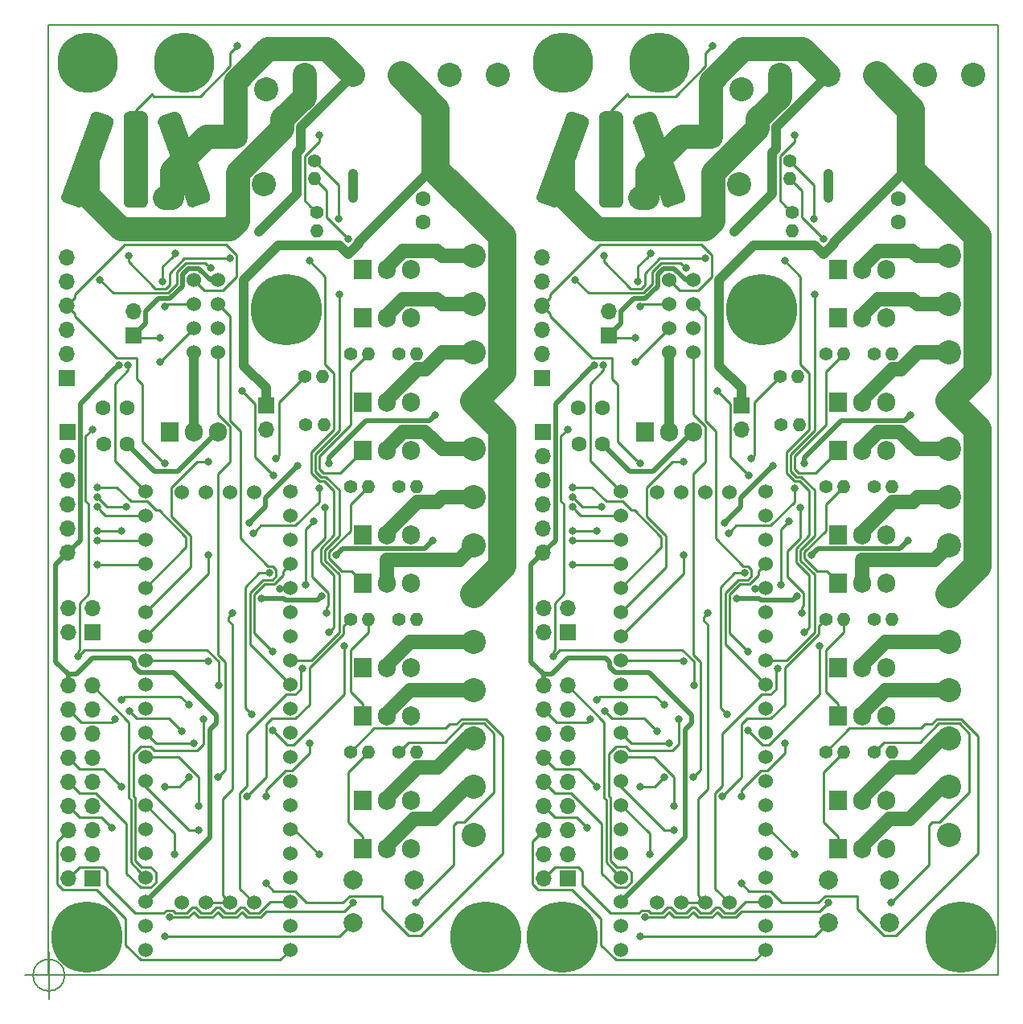
<source format=gbr>
%TF.GenerationSoftware,KiCad,Pcbnew,(5.0.2)-1*%
%TF.CreationDate,2020-01-22T19:31:57-08:00*%
%TF.ProjectId,noname.kicad_pcb_panel_x2,6e6f6e61-6d65-42e6-9b69-6361645f7063,rev?*%
%TF.SameCoordinates,PX4c4b400PY8f0d180*%
%TF.FileFunction,Copper,L2,Bot*%
%TF.FilePolarity,Positive*%
%FSLAX46Y46*%
G04 Gerber Fmt 4.6, Leading zero omitted, Abs format (unit mm)*
G04 Created by KiCad (PCBNEW (5.0.2)-1) date 1/22/2020 7:31:57 PM*
%MOMM*%
%LPD*%
G01*
G04 APERTURE LIST*
%ADD10C,0.150000*%
%ADD11C,6.350000*%
%ADD12C,0.100000*%
%ADD13C,2.540000*%
%ADD14C,1.524000*%
%ADD15C,1.400000*%
%ADD16O,1.400000X1.400000*%
%ADD17C,1.600000*%
%ADD18C,7.500000*%
%ADD19R,1.700000X1.700000*%
%ADD20O,1.700000X1.700000*%
%ADD21O,1.905000X2.000000*%
%ADD22R,1.905000X2.000000*%
%ADD23C,2.000000*%
%ADD24C,0.800000*%
%ADD25C,0.250000*%
%ADD26C,1.000000*%
%ADD27C,2.500000*%
%ADD28C,1.500000*%
%ADD29C,0.500000*%
%ADD30C,3.000000*%
G04 APERTURE END LIST*
D10*
X100000000Y0D02*
X0Y0D01*
X100000000Y100000000D02*
X100000000Y0D01*
X0Y100000000D02*
X100000000Y100000000D01*
X0Y0D02*
X0Y100000000D01*
X1720666Y-44000D02*
G75*
G03X1720666Y-44000I-1666666J0D01*
G01*
X-2446000Y-44000D02*
X2554000Y-44000D01*
X54000Y2456000D02*
X54000Y-2544000D01*
D11*
X64316000Y95968000D03*
X54156000Y95968000D03*
D12*
G36*
X55114192Y90836172D02*
X55176173Y90829726D01*
X55237225Y90817235D01*
X55296758Y90798821D01*
X56490167Y90364456D01*
X56547608Y90340295D01*
X56602405Y90310620D01*
X56654029Y90275717D01*
X56701984Y90235922D01*
X56745807Y90191619D01*
X56785076Y90143233D01*
X56819414Y90091231D01*
X56848489Y90036114D01*
X56872022Y89978412D01*
X56889786Y89918682D01*
X56901610Y89857498D01*
X56907380Y89795449D01*
X56907040Y89733134D01*
X56900594Y89671153D01*
X56888103Y89610101D01*
X56869689Y89550568D01*
X53829130Y81196701D01*
X53804969Y81139260D01*
X53775294Y81084463D01*
X53740391Y81032839D01*
X53700596Y80984884D01*
X53656292Y80941061D01*
X53607907Y80901792D01*
X53555905Y80867454D01*
X53500788Y80838379D01*
X53443086Y80814846D01*
X53383356Y80797082D01*
X53322172Y80785258D01*
X53260123Y80779488D01*
X53197808Y80779828D01*
X53135827Y80786274D01*
X53074775Y80798765D01*
X53015242Y80817179D01*
X51821833Y81251544D01*
X51764392Y81275705D01*
X51709595Y81305380D01*
X51657971Y81340283D01*
X51610016Y81380078D01*
X51566193Y81424381D01*
X51526924Y81472767D01*
X51492586Y81524769D01*
X51463511Y81579886D01*
X51439978Y81637588D01*
X51422214Y81697318D01*
X51410390Y81758502D01*
X51404620Y81820551D01*
X51404960Y81882866D01*
X51411406Y81944847D01*
X51423897Y82005899D01*
X51442311Y82065432D01*
X54482870Y90419299D01*
X54507031Y90476740D01*
X54536706Y90531537D01*
X54571609Y90583161D01*
X54611404Y90631116D01*
X54655708Y90674939D01*
X54704093Y90714208D01*
X54756095Y90748546D01*
X54811212Y90777621D01*
X54868914Y90801154D01*
X54928644Y90818918D01*
X54989828Y90830742D01*
X55051877Y90836512D01*
X55114192Y90836172D01*
X55114192Y90836172D01*
G37*
D13*
X54156000Y85808000D03*
D12*
G36*
X59933241Y90884942D02*
X59994882Y90875799D01*
X60055331Y90860657D01*
X60114004Y90839664D01*
X60170337Y90813020D01*
X60223787Y90780983D01*
X60273840Y90743862D01*
X60320013Y90702013D01*
X60361862Y90655840D01*
X60398983Y90605787D01*
X60431020Y90552337D01*
X60457664Y90496004D01*
X60478657Y90437331D01*
X60493799Y90376882D01*
X60502942Y90315241D01*
X60506000Y90253000D01*
X60506000Y81363000D01*
X60502942Y81300759D01*
X60493799Y81239118D01*
X60478657Y81178669D01*
X60457664Y81119996D01*
X60431020Y81063663D01*
X60398983Y81010213D01*
X60361862Y80960160D01*
X60320013Y80913987D01*
X60273840Y80872138D01*
X60223787Y80835017D01*
X60170337Y80802980D01*
X60114004Y80776336D01*
X60055331Y80755343D01*
X59994882Y80740201D01*
X59933241Y80731058D01*
X59871000Y80728000D01*
X58601000Y80728000D01*
X58538759Y80731058D01*
X58477118Y80740201D01*
X58416669Y80755343D01*
X58357996Y80776336D01*
X58301663Y80802980D01*
X58248213Y80835017D01*
X58198160Y80872138D01*
X58151987Y80913987D01*
X58110138Y80960160D01*
X58073017Y81010213D01*
X58040980Y81063663D01*
X58014336Y81119996D01*
X57993343Y81178669D01*
X57978201Y81239118D01*
X57969058Y81300759D01*
X57966000Y81363000D01*
X57966000Y90253000D01*
X57969058Y90315241D01*
X57978201Y90376882D01*
X57993343Y90437331D01*
X58014336Y90496004D01*
X58040980Y90552337D01*
X58073017Y90605787D01*
X58110138Y90655840D01*
X58151987Y90702013D01*
X58198160Y90743862D01*
X58248213Y90780983D01*
X58301663Y90813020D01*
X58357996Y90839664D01*
X58416669Y90860657D01*
X58477118Y90875799D01*
X58538759Y90884942D01*
X58601000Y90888000D01*
X59871000Y90888000D01*
X59933241Y90884942D01*
X59933241Y90884942D01*
G37*
D13*
X59236000Y85808000D03*
D12*
G36*
X63482172Y90830742D02*
X63543356Y90818918D01*
X63603086Y90801154D01*
X63660788Y90777621D01*
X63715905Y90748546D01*
X63767907Y90714208D01*
X63816293Y90674939D01*
X63860596Y90631116D01*
X63900391Y90583161D01*
X63935294Y90531537D01*
X63964969Y90476740D01*
X63989130Y90419299D01*
X67029689Y82065432D01*
X67048103Y82005899D01*
X67060594Y81944847D01*
X67067040Y81882866D01*
X67067380Y81820551D01*
X67061610Y81758502D01*
X67049786Y81697318D01*
X67032022Y81637588D01*
X67008489Y81579886D01*
X66979414Y81524769D01*
X66945076Y81472767D01*
X66905807Y81424382D01*
X66861984Y81380078D01*
X66814029Y81340283D01*
X66762405Y81305380D01*
X66707608Y81275705D01*
X66650167Y81251544D01*
X65456758Y80817179D01*
X65397225Y80798765D01*
X65336173Y80786274D01*
X65274192Y80779828D01*
X65211877Y80779488D01*
X65149828Y80785258D01*
X65088644Y80797082D01*
X65028914Y80814846D01*
X64971212Y80838379D01*
X64916095Y80867454D01*
X64864093Y80901792D01*
X64815707Y80941061D01*
X64771404Y80984884D01*
X64731609Y81032839D01*
X64696706Y81084463D01*
X64667031Y81139260D01*
X64642870Y81196701D01*
X61602311Y89550568D01*
X61583897Y89610101D01*
X61571406Y89671153D01*
X61564960Y89733134D01*
X61564620Y89795449D01*
X61570390Y89857498D01*
X61582214Y89918682D01*
X61599978Y89978412D01*
X61623511Y90036114D01*
X61652586Y90091231D01*
X61686924Y90143233D01*
X61726193Y90191618D01*
X61770016Y90235922D01*
X61817971Y90275717D01*
X61869595Y90310620D01*
X61924392Y90340295D01*
X61981833Y90364456D01*
X63175242Y90798821D01*
X63234775Y90817235D01*
X63295827Y90829726D01*
X63357808Y90836172D01*
X63420123Y90836512D01*
X63482172Y90830742D01*
X63482172Y90830742D01*
G37*
D13*
X64316000Y85808000D03*
D11*
X14278000Y95968000D03*
X4118000Y95968000D03*
D12*
G36*
X5076192Y90836172D02*
X5138173Y90829726D01*
X5199225Y90817235D01*
X5258758Y90798821D01*
X6452167Y90364456D01*
X6509608Y90340295D01*
X6564405Y90310620D01*
X6616029Y90275717D01*
X6663984Y90235922D01*
X6707807Y90191619D01*
X6747076Y90143233D01*
X6781414Y90091231D01*
X6810489Y90036114D01*
X6834022Y89978412D01*
X6851786Y89918682D01*
X6863610Y89857498D01*
X6869380Y89795449D01*
X6869040Y89733134D01*
X6862594Y89671153D01*
X6850103Y89610101D01*
X6831689Y89550568D01*
X3791130Y81196701D01*
X3766969Y81139260D01*
X3737294Y81084463D01*
X3702391Y81032839D01*
X3662596Y80984884D01*
X3618292Y80941061D01*
X3569907Y80901792D01*
X3517905Y80867454D01*
X3462788Y80838379D01*
X3405086Y80814846D01*
X3345356Y80797082D01*
X3284172Y80785258D01*
X3222123Y80779488D01*
X3159808Y80779828D01*
X3097827Y80786274D01*
X3036775Y80798765D01*
X2977242Y80817179D01*
X1783833Y81251544D01*
X1726392Y81275705D01*
X1671595Y81305380D01*
X1619971Y81340283D01*
X1572016Y81380078D01*
X1528193Y81424381D01*
X1488924Y81472767D01*
X1454586Y81524769D01*
X1425511Y81579886D01*
X1401978Y81637588D01*
X1384214Y81697318D01*
X1372390Y81758502D01*
X1366620Y81820551D01*
X1366960Y81882866D01*
X1373406Y81944847D01*
X1385897Y82005899D01*
X1404311Y82065432D01*
X4444870Y90419299D01*
X4469031Y90476740D01*
X4498706Y90531537D01*
X4533609Y90583161D01*
X4573404Y90631116D01*
X4617708Y90674939D01*
X4666093Y90714208D01*
X4718095Y90748546D01*
X4773212Y90777621D01*
X4830914Y90801154D01*
X4890644Y90818918D01*
X4951828Y90830742D01*
X5013877Y90836512D01*
X5076192Y90836172D01*
X5076192Y90836172D01*
G37*
D13*
X4118000Y85808000D03*
D12*
G36*
X9895241Y90884942D02*
X9956882Y90875799D01*
X10017331Y90860657D01*
X10076004Y90839664D01*
X10132337Y90813020D01*
X10185787Y90780983D01*
X10235840Y90743862D01*
X10282013Y90702013D01*
X10323862Y90655840D01*
X10360983Y90605787D01*
X10393020Y90552337D01*
X10419664Y90496004D01*
X10440657Y90437331D01*
X10455799Y90376882D01*
X10464942Y90315241D01*
X10468000Y90253000D01*
X10468000Y81363000D01*
X10464942Y81300759D01*
X10455799Y81239118D01*
X10440657Y81178669D01*
X10419664Y81119996D01*
X10393020Y81063663D01*
X10360983Y81010213D01*
X10323862Y80960160D01*
X10282013Y80913987D01*
X10235840Y80872138D01*
X10185787Y80835017D01*
X10132337Y80802980D01*
X10076004Y80776336D01*
X10017331Y80755343D01*
X9956882Y80740201D01*
X9895241Y80731058D01*
X9833000Y80728000D01*
X8563000Y80728000D01*
X8500759Y80731058D01*
X8439118Y80740201D01*
X8378669Y80755343D01*
X8319996Y80776336D01*
X8263663Y80802980D01*
X8210213Y80835017D01*
X8160160Y80872138D01*
X8113987Y80913987D01*
X8072138Y80960160D01*
X8035017Y81010213D01*
X8002980Y81063663D01*
X7976336Y81119996D01*
X7955343Y81178669D01*
X7940201Y81239118D01*
X7931058Y81300759D01*
X7928000Y81363000D01*
X7928000Y90253000D01*
X7931058Y90315241D01*
X7940201Y90376882D01*
X7955343Y90437331D01*
X7976336Y90496004D01*
X8002980Y90552337D01*
X8035017Y90605787D01*
X8072138Y90655840D01*
X8113987Y90702013D01*
X8160160Y90743862D01*
X8210213Y90780983D01*
X8263663Y90813020D01*
X8319996Y90839664D01*
X8378669Y90860657D01*
X8439118Y90875799D01*
X8500759Y90884942D01*
X8563000Y90888000D01*
X9833000Y90888000D01*
X9895241Y90884942D01*
X9895241Y90884942D01*
G37*
D13*
X9198000Y85808000D03*
D12*
G36*
X13444172Y90830742D02*
X13505356Y90818918D01*
X13565086Y90801154D01*
X13622788Y90777621D01*
X13677905Y90748546D01*
X13729907Y90714208D01*
X13778293Y90674939D01*
X13822596Y90631116D01*
X13862391Y90583161D01*
X13897294Y90531537D01*
X13926969Y90476740D01*
X13951130Y90419299D01*
X16991689Y82065432D01*
X17010103Y82005899D01*
X17022594Y81944847D01*
X17029040Y81882866D01*
X17029380Y81820551D01*
X17023610Y81758502D01*
X17011786Y81697318D01*
X16994022Y81637588D01*
X16970489Y81579886D01*
X16941414Y81524769D01*
X16907076Y81472767D01*
X16867807Y81424382D01*
X16823984Y81380078D01*
X16776029Y81340283D01*
X16724405Y81305380D01*
X16669608Y81275705D01*
X16612167Y81251544D01*
X15418758Y80817179D01*
X15359225Y80798765D01*
X15298173Y80786274D01*
X15236192Y80779828D01*
X15173877Y80779488D01*
X15111828Y80785258D01*
X15050644Y80797082D01*
X14990914Y80814846D01*
X14933212Y80838379D01*
X14878095Y80867454D01*
X14826093Y80901792D01*
X14777707Y80941061D01*
X14733404Y80984884D01*
X14693609Y81032839D01*
X14658706Y81084463D01*
X14629031Y81139260D01*
X14604870Y81196701D01*
X11564311Y89550568D01*
X11545897Y89610101D01*
X11533406Y89671153D01*
X11526960Y89733134D01*
X11526620Y89795449D01*
X11532390Y89857498D01*
X11544214Y89918682D01*
X11561978Y89978412D01*
X11585511Y90036114D01*
X11614586Y90091231D01*
X11648924Y90143233D01*
X11688193Y90191618D01*
X11732016Y90235922D01*
X11779971Y90275717D01*
X11831595Y90310620D01*
X11886392Y90340295D01*
X11943833Y90364456D01*
X13137242Y90798821D01*
X13196775Y90817235D01*
X13257827Y90829726D01*
X13319808Y90836172D01*
X13382123Y90836512D01*
X13444172Y90830742D01*
X13444172Y90830742D01*
G37*
D13*
X14278000Y85808000D03*
D14*
X17844000Y73121000D03*
X17844000Y70581000D03*
X17844000Y68041000D03*
X17844000Y65501000D03*
X15304000Y65501000D03*
X15304000Y68041000D03*
X15304000Y70581000D03*
X15304000Y73121000D03*
D15*
X28248000Y80220000D03*
D16*
X28248000Y78320000D03*
D14*
X10224000Y2636000D03*
X10224000Y15336000D03*
X10224000Y33116000D03*
X10224000Y43276000D03*
X10224000Y5176000D03*
X10224000Y28036000D03*
X10224000Y10256000D03*
X10224000Y12796000D03*
X10224000Y7716000D03*
X10224000Y30576000D03*
X10224000Y25496000D03*
X10224000Y38196000D03*
X10224000Y17876000D03*
X10224000Y45816000D03*
X10224000Y40736000D03*
X10224000Y35656000D03*
X10224000Y48356000D03*
X10224000Y22956000D03*
X10224000Y50896000D03*
X10224000Y20416000D03*
X25464000Y2636000D03*
X25464000Y5176000D03*
X25464000Y7716000D03*
X25464000Y10256000D03*
X25464000Y12796000D03*
X25464000Y20416000D03*
X25464000Y15336000D03*
X25464000Y17876000D03*
X25464000Y22956000D03*
X25464000Y25496000D03*
X25464000Y28036000D03*
X25464000Y33116000D03*
X25464000Y30576000D03*
X25464000Y35656000D03*
X25464000Y38196000D03*
X25464000Y45816000D03*
X25464000Y40736000D03*
X25464000Y43276000D03*
X25464000Y48356000D03*
X25464000Y50896000D03*
D13*
X22914000Y93174000D03*
X22714000Y83174000D03*
X19714000Y88174000D03*
D17*
X39424000Y79204000D03*
X39424000Y81704000D03*
X5769000Y59646000D03*
X8269000Y59646000D03*
X8309000Y55836000D03*
X5809000Y55836000D03*
D18*
X4054000Y3956000D03*
X25054000Y69956000D03*
X46054000Y3956000D03*
D19*
X4626000Y36024000D03*
D20*
X2086000Y36024000D03*
X4626000Y38564000D03*
X2086000Y38564000D03*
D19*
X4626000Y10116000D03*
D20*
X2086000Y10116000D03*
X4626000Y12656000D03*
X2086000Y12656000D03*
X4626000Y15196000D03*
X2086000Y15196000D03*
X4626000Y17736000D03*
X2086000Y17736000D03*
X4626000Y20276000D03*
X2086000Y20276000D03*
X4626000Y22816000D03*
X2086000Y22816000D03*
X4626000Y25356000D03*
X2086000Y25356000D03*
X4626000Y27896000D03*
X2086000Y27896000D03*
X4626000Y30436000D03*
X2086000Y30436000D03*
X22914000Y57360000D03*
D19*
X22914000Y59900000D03*
X2054000Y57106000D03*
D20*
X2054000Y54566000D03*
X2054000Y52026000D03*
X2054000Y49486000D03*
X2054000Y46946000D03*
X2054000Y44406000D03*
D19*
X8944000Y67266000D03*
D20*
X8944000Y69806000D03*
X1959000Y75521000D03*
X1959000Y72981000D03*
X1959000Y70441000D03*
X1959000Y67901000D03*
X1959000Y65361000D03*
D19*
X1959000Y62821000D03*
D21*
X38154000Y55201000D03*
X35614000Y55201000D03*
D22*
X33074000Y55201000D03*
X33074000Y46311000D03*
D21*
X35614000Y46311000D03*
X38154000Y46311000D03*
D22*
X33074000Y41231000D03*
D21*
X35614000Y41231000D03*
X38154000Y41231000D03*
X38154000Y32341000D03*
X35614000Y32341000D03*
D22*
X33074000Y32341000D03*
D21*
X38154000Y27261000D03*
X35614000Y27261000D03*
D22*
X33074000Y27261000D03*
X33074000Y18371000D03*
D21*
X35614000Y18371000D03*
X38154000Y18371000D03*
X38154000Y13291000D03*
X35614000Y13291000D03*
D22*
X33074000Y13291000D03*
D21*
X38154000Y74251000D03*
X35614000Y74251000D03*
D22*
X33074000Y74251000D03*
X33074000Y69171000D03*
D21*
X35614000Y69171000D03*
X38154000Y69171000D03*
D22*
X33074000Y60281000D03*
D21*
X35614000Y60281000D03*
X38154000Y60281000D03*
D15*
X31804000Y65361000D03*
D16*
X33704000Y65361000D03*
X38784000Y51391000D03*
D15*
X36884000Y51391000D03*
X31804000Y51391000D03*
D16*
X33704000Y51391000D03*
X38784000Y37421000D03*
D15*
X36884000Y37421000D03*
X31804000Y37421000D03*
D16*
X33704000Y37421000D03*
X38784000Y23451000D03*
D15*
X36884000Y23451000D03*
D16*
X33704000Y23451000D03*
D15*
X31804000Y23451000D03*
X26978000Y62948000D03*
D16*
X28878000Y62948000D03*
D15*
X27110000Y57868000D03*
D16*
X29010000Y57868000D03*
X38784000Y65361000D03*
D15*
X36884000Y65361000D03*
D16*
X27994000Y83776000D03*
D15*
X27994000Y85676000D03*
D23*
X32054000Y5456000D03*
X32054000Y9956000D03*
X38554000Y5456000D03*
X38554000Y9956000D03*
D22*
X12754000Y57106000D03*
D21*
X15294000Y57106000D03*
X17834000Y57106000D03*
D14*
X21644000Y7576000D03*
X19104000Y7576000D03*
X16564000Y7576000D03*
X14024000Y7576000D03*
X14024000Y50756000D03*
X16564000Y50756000D03*
X19104000Y50756000D03*
X21644000Y50756000D03*
D13*
X44758000Y14688000D03*
X44758000Y19768000D03*
X44758000Y24848000D03*
X44758000Y29928000D03*
X44758000Y35008000D03*
X44758000Y40088000D03*
X44758000Y45168000D03*
X44758000Y50248000D03*
X44758000Y55328000D03*
X44758000Y60408000D03*
X44758000Y65488000D03*
X44758000Y70568000D03*
X44758000Y75648000D03*
X44758000Y80728000D03*
X26978000Y94698000D03*
X32058000Y94698000D03*
X37138000Y94698000D03*
X42218000Y94698000D03*
X47298000Y94698000D03*
D14*
X67882000Y73121000D03*
X67882000Y70581000D03*
X67882000Y68041000D03*
X67882000Y65501000D03*
X65342000Y65501000D03*
X65342000Y68041000D03*
X65342000Y70581000D03*
X65342000Y73121000D03*
D15*
X78286000Y80220000D03*
D16*
X78286000Y78320000D03*
D14*
X60262000Y2636000D03*
X60262000Y15336000D03*
X60262000Y33116000D03*
X60262000Y43276000D03*
X60262000Y5176000D03*
X60262000Y28036000D03*
X60262000Y10256000D03*
X60262000Y12796000D03*
X60262000Y7716000D03*
X60262000Y30576000D03*
X60262000Y25496000D03*
X60262000Y38196000D03*
X60262000Y17876000D03*
X60262000Y45816000D03*
X60262000Y40736000D03*
X60262000Y35656000D03*
X60262000Y48356000D03*
X60262000Y22956000D03*
X60262000Y50896000D03*
X60262000Y20416000D03*
X75502000Y2636000D03*
X75502000Y5176000D03*
X75502000Y7716000D03*
X75502000Y10256000D03*
X75502000Y12796000D03*
X75502000Y20416000D03*
X75502000Y15336000D03*
X75502000Y17876000D03*
X75502000Y22956000D03*
X75502000Y25496000D03*
X75502000Y28036000D03*
X75502000Y33116000D03*
X75502000Y30576000D03*
X75502000Y35656000D03*
X75502000Y38196000D03*
X75502000Y45816000D03*
X75502000Y40736000D03*
X75502000Y43276000D03*
X75502000Y48356000D03*
X75502000Y50896000D03*
D13*
X72952000Y93174000D03*
X72752000Y83174000D03*
X69752000Y88174000D03*
D17*
X89462000Y79204000D03*
X89462000Y81704000D03*
X55807000Y59646000D03*
X58307000Y59646000D03*
X58347000Y55836000D03*
X55847000Y55836000D03*
D18*
X54092000Y3956000D03*
X75092000Y69956000D03*
X96092000Y3956000D03*
D19*
X54664000Y36024000D03*
D20*
X52124000Y36024000D03*
X54664000Y38564000D03*
X52124000Y38564000D03*
D19*
X54664000Y10116000D03*
D20*
X52124000Y10116000D03*
X54664000Y12656000D03*
X52124000Y12656000D03*
X54664000Y15196000D03*
X52124000Y15196000D03*
X54664000Y17736000D03*
X52124000Y17736000D03*
X54664000Y20276000D03*
X52124000Y20276000D03*
X54664000Y22816000D03*
X52124000Y22816000D03*
X54664000Y25356000D03*
X52124000Y25356000D03*
X54664000Y27896000D03*
X52124000Y27896000D03*
X54664000Y30436000D03*
X52124000Y30436000D03*
X72952000Y57360000D03*
D19*
X72952000Y59900000D03*
X52092000Y57106000D03*
D20*
X52092000Y54566000D03*
X52092000Y52026000D03*
X52092000Y49486000D03*
X52092000Y46946000D03*
X52092000Y44406000D03*
D19*
X58982000Y67266000D03*
D20*
X58982000Y69806000D03*
X51997000Y75521000D03*
X51997000Y72981000D03*
X51997000Y70441000D03*
X51997000Y67901000D03*
X51997000Y65361000D03*
D19*
X51997000Y62821000D03*
D21*
X88192000Y55201000D03*
X85652000Y55201000D03*
D22*
X83112000Y55201000D03*
X83112000Y46311000D03*
D21*
X85652000Y46311000D03*
X88192000Y46311000D03*
D22*
X83112000Y41231000D03*
D21*
X85652000Y41231000D03*
X88192000Y41231000D03*
X88192000Y32341000D03*
X85652000Y32341000D03*
D22*
X83112000Y32341000D03*
D21*
X88192000Y27261000D03*
X85652000Y27261000D03*
D22*
X83112000Y27261000D03*
X83112000Y18371000D03*
D21*
X85652000Y18371000D03*
X88192000Y18371000D03*
X88192000Y13291000D03*
X85652000Y13291000D03*
D22*
X83112000Y13291000D03*
D21*
X88192000Y74251000D03*
X85652000Y74251000D03*
D22*
X83112000Y74251000D03*
X83112000Y69171000D03*
D21*
X85652000Y69171000D03*
X88192000Y69171000D03*
D22*
X83112000Y60281000D03*
D21*
X85652000Y60281000D03*
X88192000Y60281000D03*
D15*
X81842000Y65361000D03*
D16*
X83742000Y65361000D03*
X88822000Y51391000D03*
D15*
X86922000Y51391000D03*
X81842000Y51391000D03*
D16*
X83742000Y51391000D03*
X88822000Y37421000D03*
D15*
X86922000Y37421000D03*
X81842000Y37421000D03*
D16*
X83742000Y37421000D03*
X88822000Y23451000D03*
D15*
X86922000Y23451000D03*
D16*
X83742000Y23451000D03*
D15*
X81842000Y23451000D03*
X77016000Y62948000D03*
D16*
X78916000Y62948000D03*
D15*
X77148000Y57868000D03*
D16*
X79048000Y57868000D03*
X88822000Y65361000D03*
D15*
X86922000Y65361000D03*
D16*
X78032000Y83776000D03*
D15*
X78032000Y85676000D03*
D23*
X82092000Y5456000D03*
X82092000Y9956000D03*
X88592000Y5456000D03*
X88592000Y9956000D03*
D22*
X62792000Y57106000D03*
D21*
X65332000Y57106000D03*
X67872000Y57106000D03*
D14*
X71682000Y7576000D03*
X69142000Y7576000D03*
X66602000Y7576000D03*
X64062000Y7576000D03*
X64062000Y50756000D03*
X66602000Y50756000D03*
X69142000Y50756000D03*
X71682000Y50756000D03*
D13*
X94796000Y14688000D03*
X94796000Y19768000D03*
X94796000Y24848000D03*
X94796000Y29928000D03*
X94796000Y35008000D03*
X94796000Y40088000D03*
X94796000Y45168000D03*
X94796000Y50248000D03*
X94796000Y55328000D03*
X94796000Y60408000D03*
X94796000Y65488000D03*
X94796000Y70568000D03*
X94796000Y75648000D03*
X94796000Y80728000D03*
X77016000Y94698000D03*
X82096000Y94698000D03*
X87176000Y94698000D03*
X92256000Y94698000D03*
X97336000Y94698000D03*
D24*
X8406456Y64182766D03*
X58444456Y64182766D03*
X22152000Y78188000D03*
X32058000Y94698000D03*
X12246000Y81744000D03*
X72190000Y78188000D03*
X82096000Y94698000D03*
X62284000Y81744000D03*
X32058000Y81744000D03*
X32058000Y84284000D03*
X19993999Y84428397D03*
X82096000Y81744000D03*
X82096000Y84284000D03*
X70031999Y84428397D03*
X5134000Y43136000D03*
X55172000Y43136000D03*
X5134000Y45676000D03*
X55172000Y45676000D03*
X7674000Y28912000D03*
X14786000Y28404000D03*
X6658000Y15486990D03*
X23639010Y33992000D03*
X57712000Y28912000D03*
X64824000Y28404000D03*
X56696000Y15486990D03*
X73677010Y33992000D03*
X16310000Y26880000D03*
X21390000Y27388000D03*
X23256010Y42283043D03*
X24358148Y40650446D03*
X66348000Y26880000D03*
X71428000Y27388000D03*
X73294010Y42283043D03*
X74396148Y40650446D03*
X7674000Y19768000D03*
X12246000Y19768000D03*
X14786000Y20784000D03*
X22914000Y18752000D03*
X27486000Y24340000D03*
X57712000Y19768000D03*
X62284000Y19768000D03*
X64824000Y20784000D03*
X72952000Y18752000D03*
X77524000Y24340000D03*
X11738000Y64472000D03*
X4626000Y57360000D03*
X3102000Y33484000D03*
X17907172Y30499852D03*
X61776000Y64472000D03*
X54664000Y57360000D03*
X53140000Y33484000D03*
X67945172Y30499852D03*
X8526313Y27706688D03*
X7040362Y26932720D03*
X14019340Y25614660D03*
X12039813Y72946732D03*
X12246000Y70346699D03*
X13390394Y75928157D03*
X58564313Y27706688D03*
X57078362Y26932720D03*
X64057340Y25614660D03*
X62077813Y72946732D03*
X62284000Y70346699D03*
X63428394Y75928157D03*
X7406446Y64181010D03*
X20374000Y61424000D03*
X11738000Y67012000D03*
X23676000Y52534000D03*
X57444446Y64181010D03*
X70412000Y61424000D03*
X61776000Y67012000D03*
X73714000Y52534000D03*
X5138660Y51268660D03*
X55176660Y51268660D03*
X5134000Y50248000D03*
X8182000Y49232000D03*
X55172000Y50248000D03*
X58220000Y49232000D03*
X5129340Y49227340D03*
X55167340Y49227340D03*
X7674000Y46692000D03*
X5134000Y46692000D03*
X12246000Y4020000D03*
X57712000Y46692000D03*
X55172000Y46692000D03*
X62284000Y4020000D03*
X12246000Y53804000D03*
X62284000Y53804000D03*
X29081659Y49160341D03*
X29298943Y38100263D03*
X79119659Y49160341D03*
X79336943Y38100263D03*
X28502000Y12656000D03*
X78540000Y12656000D03*
X15298660Y24335340D03*
X23639010Y25737605D03*
X31143032Y34590153D03*
X65336660Y24335340D03*
X73677010Y25737605D03*
X81181032Y34590153D03*
X20882000Y18752000D03*
X15802000Y17736000D03*
X70920000Y18752000D03*
X65840000Y17736000D03*
X38662000Y7576000D03*
X32058000Y7576000D03*
X12754000Y6052000D03*
X15802000Y15196000D03*
X88700000Y7576000D03*
X82096000Y7576000D03*
X62792000Y6052000D03*
X65840000Y15196000D03*
X13262000Y12656000D03*
X22914000Y9608000D03*
X63300000Y12656000D03*
X72952000Y9608000D03*
X23930000Y54312000D03*
X16802175Y53973990D03*
X73968000Y54312000D03*
X66840175Y53973990D03*
X16818000Y44152000D03*
X28497672Y51201396D03*
X21555990Y46440536D03*
X66856000Y44152000D03*
X78535672Y51201396D03*
X71593990Y46440536D03*
X16818000Y32976000D03*
X27906639Y47708000D03*
X27085474Y41046202D03*
X66856000Y32976000D03*
X77944639Y47708000D03*
X77123474Y41046202D03*
X27486000Y75140000D03*
X29518000Y36024000D03*
X77524000Y75140000D03*
X79556000Y36024000D03*
X31550000Y77426000D03*
X30604011Y71584000D03*
X81588000Y77426000D03*
X80642011Y71584000D03*
X17834000Y20784000D03*
X5439834Y73161441D03*
X17076660Y74373340D03*
X67872000Y20784000D03*
X55477834Y73161441D03*
X67114660Y74373340D03*
X26719340Y32218659D03*
X76757340Y32218659D03*
X19358000Y38056000D03*
X69396000Y38056000D03*
X40694000Y58884000D03*
X29518000Y53804000D03*
X26216000Y53550000D03*
X21125947Y47531957D03*
X90732000Y58884000D03*
X79556000Y53804000D03*
X76254000Y53550000D03*
X71163947Y47531957D03*
X40440000Y45676000D03*
X30280000Y44152000D03*
X28756000Y39834000D03*
X22406000Y39580000D03*
X90478000Y45676000D03*
X80318000Y44152000D03*
X78794000Y39834000D03*
X72444000Y39580000D03*
X19104000Y75394000D03*
X30578890Y79532816D03*
X8436000Y75633981D03*
X69142000Y75394000D03*
X80616890Y79532816D03*
X58474000Y75633981D03*
X28502000Y88348000D03*
X19866000Y97746000D03*
X78540000Y88348000D03*
X69904000Y97746000D03*
D25*
X7006001Y54113999D02*
X7006001Y62216626D01*
X8406456Y63617081D02*
X8406456Y64182766D01*
X7006001Y62216626D02*
X8406456Y63617081D01*
X10224000Y50896000D02*
X7006001Y54113999D01*
X57044001Y54113999D02*
X57044001Y62216626D01*
X58444456Y63617081D02*
X58444456Y64182766D01*
X57044001Y62216626D02*
X58444456Y63617081D01*
X60262000Y50896000D02*
X57044001Y54113999D01*
D26*
X15294000Y65491000D02*
X15304000Y65501000D01*
X15294000Y57106000D02*
X15294000Y65491000D01*
X26593999Y89233999D02*
X30788001Y93428001D01*
X30788001Y93428001D02*
X32058000Y94698000D01*
X26593999Y86959742D02*
X26593999Y89233999D01*
X26143988Y86509731D02*
X26593999Y86959742D01*
X26143988Y82179988D02*
X26143988Y86509731D01*
X22152000Y78188000D02*
X26143988Y82179988D01*
D27*
X19714000Y93996598D02*
X19714000Y89970051D01*
X19714000Y89970051D02*
X19714000Y88174000D01*
X23135403Y97418001D02*
X19714000Y93996598D01*
X32058000Y94698000D02*
X29337999Y97418001D01*
X29337999Y97418001D02*
X23135403Y97418001D01*
X12246000Y81744000D02*
X13008000Y81744000D01*
X13008000Y84538000D02*
X14278000Y85808000D01*
X13008000Y81744000D02*
X13008000Y84538000D01*
X16644000Y88174000D02*
X14278000Y85808000D01*
X19714000Y88174000D02*
X16644000Y88174000D01*
D26*
X65332000Y65491000D02*
X65342000Y65501000D01*
X65332000Y57106000D02*
X65332000Y65491000D01*
X76631999Y89233999D02*
X80826001Y93428001D01*
X80826001Y93428001D02*
X82096000Y94698000D01*
X76631999Y86959742D02*
X76631999Y89233999D01*
X76181988Y86509731D02*
X76631999Y86959742D01*
X76181988Y82179988D02*
X76181988Y86509731D01*
X72190000Y78188000D02*
X76181988Y82179988D01*
D27*
X69752000Y93996598D02*
X69752000Y89970051D01*
X69752000Y89970051D02*
X69752000Y88174000D01*
X73173403Y97418001D02*
X69752000Y93996598D01*
X82096000Y94698000D02*
X79375999Y97418001D01*
X79375999Y97418001D02*
X73173403Y97418001D01*
X62284000Y81744000D02*
X63046000Y81744000D01*
X63046000Y84538000D02*
X64316000Y85808000D01*
X63046000Y81744000D02*
X63046000Y84538000D01*
X66682000Y88174000D02*
X64316000Y85808000D01*
X69752000Y88174000D02*
X66682000Y88174000D01*
D28*
X12754000Y56907945D02*
X12754000Y57106000D01*
X62792000Y56907945D02*
X62792000Y57106000D01*
D25*
X25464000Y45458001D02*
X25464000Y45816000D01*
D29*
X17834000Y57153500D02*
X17834000Y57106000D01*
D26*
X32058000Y81744000D02*
X32058000Y84284000D01*
D27*
X26978000Y92375732D02*
X26978000Y92901949D01*
X26978000Y92901949D02*
X26978000Y94698000D01*
X24643989Y90041721D02*
X26978000Y92375732D01*
X24643988Y89078386D02*
X24643989Y90041721D01*
D29*
X13594161Y52953998D02*
X11191002Y52953998D01*
X9108999Y55036001D02*
X8309000Y55836000D01*
X17834000Y57106000D02*
X17746163Y57106000D01*
X11191002Y52953998D02*
X9108999Y55036001D01*
X17746163Y57106000D02*
X13594161Y52953998D01*
D27*
X24643989Y89078387D02*
X24643989Y90041721D01*
X19993999Y84428397D02*
X24643989Y89078387D01*
X19993999Y83862712D02*
X19993999Y84428397D01*
X19993999Y79331999D02*
X19993999Y83862712D01*
X4118000Y81994769D02*
X7068779Y79043990D01*
X7068779Y79043990D02*
X7072010Y79043990D01*
X4118000Y85808000D02*
X4118000Y81994769D01*
X7072010Y79043990D02*
X7674000Y78442000D01*
X7674000Y78442000D02*
X19104000Y78442000D01*
X19104000Y78442000D02*
X19993999Y79331999D01*
D25*
X75502000Y45458001D02*
X75502000Y45816000D01*
D29*
X67872000Y57153500D02*
X67872000Y57106000D01*
D26*
X82096000Y81744000D02*
X82096000Y84284000D01*
D27*
X77016000Y92375732D02*
X77016000Y92901949D01*
X77016000Y92901949D02*
X77016000Y94698000D01*
X74681989Y90041721D02*
X77016000Y92375732D01*
X74681988Y89078386D02*
X74681989Y90041721D01*
D29*
X63632161Y52953998D02*
X61229002Y52953998D01*
X59146999Y55036001D02*
X58347000Y55836000D01*
X67872000Y57106000D02*
X67784163Y57106000D01*
X61229002Y52953998D02*
X59146999Y55036001D01*
X67784163Y57106000D02*
X63632161Y52953998D01*
D27*
X74681989Y89078387D02*
X74681989Y90041721D01*
X70031999Y84428397D02*
X74681989Y89078387D01*
X70031999Y83862712D02*
X70031999Y84428397D01*
X70031999Y79331999D02*
X70031999Y83862712D01*
X54156000Y81994769D02*
X57106779Y79043990D01*
X57106779Y79043990D02*
X57110010Y79043990D01*
X54156000Y85808000D02*
X54156000Y81994769D01*
X57110010Y79043990D02*
X57712000Y78442000D01*
X57712000Y78442000D02*
X69142000Y78442000D01*
X69142000Y78442000D02*
X70031999Y79331999D01*
D28*
X43998000Y19768000D02*
X44758000Y19768000D01*
X40650990Y16420990D02*
X43998000Y19768000D01*
X35614000Y13489055D02*
X38545935Y16420990D01*
X38545935Y16420990D02*
X40650990Y16420990D01*
X35614000Y13291000D02*
X35614000Y13489055D01*
X94036000Y19768000D02*
X94796000Y19768000D01*
X90688990Y16420990D02*
X94036000Y19768000D01*
X85652000Y13489055D02*
X88583935Y16420990D01*
X88583935Y16420990D02*
X90688990Y16420990D01*
X85652000Y13291000D02*
X85652000Y13489055D01*
X43998000Y24848000D02*
X44758000Y24848000D01*
X40950999Y21800999D02*
X43998000Y24848000D01*
X38845944Y21800999D02*
X40950999Y21800999D01*
X35614000Y18569055D02*
X38845944Y21800999D01*
X35614000Y18371000D02*
X35614000Y18569055D01*
X94036000Y24848000D02*
X94796000Y24848000D01*
X90988999Y21800999D02*
X94036000Y24848000D01*
X88883944Y21800999D02*
X90988999Y21800999D01*
X85652000Y18569055D02*
X88883944Y21800999D01*
X85652000Y18371000D02*
X85652000Y18569055D01*
X41458000Y29928000D02*
X44758000Y29928000D01*
X38082945Y29928000D02*
X41458000Y29928000D01*
X35614000Y27459055D02*
X38082945Y29928000D01*
X35614000Y27261000D02*
X35614000Y27459055D01*
X91496000Y29928000D02*
X94796000Y29928000D01*
X88120945Y29928000D02*
X91496000Y29928000D01*
X85652000Y27459055D02*
X88120945Y29928000D01*
X85652000Y27261000D02*
X85652000Y27459055D01*
X41458000Y35008000D02*
X44758000Y35008000D01*
X38082945Y35008000D02*
X41458000Y35008000D01*
X35614000Y32539055D02*
X38082945Y35008000D01*
X35614000Y32341000D02*
X35614000Y32539055D01*
X91496000Y35008000D02*
X94796000Y35008000D01*
X88120945Y35008000D02*
X91496000Y35008000D01*
X85652000Y32539055D02*
X88120945Y35008000D01*
X85652000Y32341000D02*
X85652000Y32539055D01*
D30*
X40718000Y84768000D02*
X44758000Y80728000D01*
X40718000Y91118000D02*
X37138000Y94698000D01*
X40718000Y84768000D02*
X40718000Y91118000D01*
D26*
X32650002Y77150004D02*
X40267998Y84768000D01*
X30640001Y76748001D02*
X31570003Y75817999D01*
X31570003Y75817999D02*
X32650002Y76897998D01*
X24215496Y76748001D02*
X30640001Y76748001D01*
X40267998Y84768000D02*
X40718000Y84768000D01*
X32650002Y76897998D02*
X32650002Y77150004D01*
X20603999Y73136504D02*
X24215496Y76748001D01*
X22914000Y61750000D02*
X20603999Y64060001D01*
X20603999Y64060001D02*
X20603999Y73136504D01*
X22914000Y59900000D02*
X22914000Y61750000D01*
D30*
X46027999Y61677999D02*
X44758000Y60408000D01*
X47728001Y63378001D02*
X46027999Y61677999D01*
X47728001Y77757999D02*
X47728001Y63378001D01*
X44758000Y80728000D02*
X47728001Y77757999D01*
X46027999Y41357999D02*
X44758000Y40088000D01*
X47728001Y43058001D02*
X46027999Y41357999D01*
X47728001Y57437999D02*
X47728001Y43058001D01*
X44758000Y60408000D02*
X47728001Y57437999D01*
X90756000Y84768000D02*
X94796000Y80728000D01*
X90756000Y91118000D02*
X87176000Y94698000D01*
X90756000Y84768000D02*
X90756000Y91118000D01*
D26*
X82688002Y77150004D02*
X90305998Y84768000D01*
X80678001Y76748001D02*
X81608003Y75817999D01*
X81608003Y75817999D02*
X82688002Y76897998D01*
X74253496Y76748001D02*
X80678001Y76748001D01*
X90305998Y84768000D02*
X90756000Y84768000D01*
X82688002Y76897998D02*
X82688002Y77150004D01*
X70641999Y73136504D02*
X74253496Y76748001D01*
X72952000Y61750000D02*
X70641999Y64060001D01*
X70641999Y64060001D02*
X70641999Y73136504D01*
X72952000Y59900000D02*
X72952000Y61750000D01*
D30*
X96065999Y61677999D02*
X94796000Y60408000D01*
X97766001Y63378001D02*
X96065999Y61677999D01*
X97766001Y77757999D02*
X97766001Y63378001D01*
X94796000Y80728000D02*
X97766001Y77757999D01*
X96065999Y41357999D02*
X94796000Y40088000D01*
X97766001Y43058001D02*
X96065999Y41357999D01*
X97766001Y57437999D02*
X97766001Y43058001D01*
X94796000Y60408000D02*
X97766001Y57437999D01*
D28*
X43250979Y43660979D02*
X44758000Y45168000D01*
X35614000Y43660979D02*
X43250979Y43660979D01*
X35614000Y41231000D02*
X35614000Y43660979D01*
X93288979Y43660979D02*
X94796000Y45168000D01*
X85652000Y43660979D02*
X93288979Y43660979D01*
X85652000Y41231000D02*
X85652000Y43660979D01*
X41458000Y50248000D02*
X44758000Y50248000D01*
X40950999Y49740999D02*
X41458000Y50248000D01*
X38845944Y49740999D02*
X40950999Y49740999D01*
X35614000Y46509055D02*
X38845944Y49740999D01*
X35614000Y46311000D02*
X35614000Y46509055D01*
X91496000Y50248000D02*
X94796000Y50248000D01*
X90988999Y49740999D02*
X91496000Y50248000D01*
X88883944Y49740999D02*
X90988999Y49740999D01*
X85652000Y46509055D02*
X88883944Y49740999D01*
X85652000Y46311000D02*
X85652000Y46509055D01*
X39634990Y57151010D02*
X41458000Y55328000D01*
X37365955Y57151010D02*
X39634990Y57151010D01*
X35614000Y55399055D02*
X37365955Y57151010D01*
X41458000Y55328000D02*
X44758000Y55328000D01*
X35614000Y55201000D02*
X35614000Y55399055D01*
X89672990Y57151010D02*
X91496000Y55328000D01*
X87403955Y57151010D02*
X89672990Y57151010D01*
X85652000Y55399055D02*
X87403955Y57151010D01*
X91496000Y55328000D02*
X94796000Y55328000D01*
X85652000Y55201000D02*
X85652000Y55399055D01*
X41458000Y65488000D02*
X44758000Y65488000D01*
X39680999Y63710999D02*
X41458000Y65488000D01*
X38845944Y63710999D02*
X39680999Y63710999D01*
X35614000Y60479055D02*
X38845944Y63710999D01*
X35614000Y60281000D02*
X35614000Y60479055D01*
X91496000Y65488000D02*
X94796000Y65488000D01*
X89718999Y63710999D02*
X91496000Y65488000D01*
X88883944Y63710999D02*
X89718999Y63710999D01*
X85652000Y60479055D02*
X88883944Y63710999D01*
X85652000Y60281000D02*
X85652000Y60479055D01*
X41458000Y70568000D02*
X44758000Y70568000D01*
X40904990Y71121010D02*
X41458000Y70568000D01*
X37365955Y71121010D02*
X40904990Y71121010D01*
X35614000Y69369055D02*
X37365955Y71121010D01*
X35614000Y69171000D02*
X35614000Y69369055D01*
X91496000Y70568000D02*
X94796000Y70568000D01*
X90942990Y71121010D02*
X91496000Y70568000D01*
X87403955Y71121010D02*
X90942990Y71121010D01*
X85652000Y69369055D02*
X87403955Y71121010D01*
X85652000Y69171000D02*
X85652000Y69369055D01*
X41458000Y75648000D02*
X44758000Y75648000D01*
X40904990Y76201010D02*
X41458000Y75648000D01*
X37365955Y76201010D02*
X40904990Y76201010D01*
X35614000Y74449055D02*
X37365955Y76201010D01*
X35614000Y74251000D02*
X35614000Y74449055D01*
X91496000Y75648000D02*
X94796000Y75648000D01*
X90942990Y76201010D02*
X91496000Y75648000D01*
X87403955Y76201010D02*
X90942990Y76201010D01*
X85652000Y74449055D02*
X87403955Y76201010D01*
X85652000Y74251000D02*
X85652000Y74449055D01*
D25*
X10084000Y43136000D02*
X10224000Y43276000D01*
X5134000Y43136000D02*
X10084000Y43136000D01*
X60122000Y43136000D02*
X60262000Y43276000D01*
X55172000Y43136000D02*
X60122000Y43136000D01*
X10084000Y45676000D02*
X10224000Y45816000D01*
X5134000Y45676000D02*
X10084000Y45676000D01*
X60122000Y45676000D02*
X60262000Y45816000D01*
X55172000Y45676000D02*
X60122000Y45676000D01*
X15476999Y7054239D02*
X15111001Y7054239D01*
X6150000Y9479589D02*
X6150000Y10877002D01*
X18582239Y6488999D02*
X18016999Y7054239D01*
X21122239Y6488999D02*
X20556999Y7054239D01*
X12405998Y6777002D02*
X12117996Y6489000D01*
X25464000Y7716000D02*
X23392762Y7716000D01*
X3261001Y11291001D02*
X2935999Y10965999D01*
X17651001Y7054239D02*
X17085761Y6488999D01*
X20191001Y7054239D02*
X19625761Y6488999D01*
X13102002Y6777002D02*
X12405998Y6777002D01*
X15111001Y7054239D02*
X14545762Y6489000D01*
X16042239Y6488999D02*
X15476999Y7054239D01*
X12117996Y6489000D02*
X9140589Y6489000D01*
X14545762Y6489000D02*
X13390004Y6489000D01*
X5736001Y11291001D02*
X3261001Y11291001D01*
X6150000Y10877002D02*
X5736001Y11291001D01*
X22165761Y6488999D02*
X21122239Y6488999D01*
X17085761Y6488999D02*
X16042239Y6488999D01*
X13390004Y6489000D02*
X13102002Y6777002D01*
X20556999Y7054239D02*
X20191001Y7054239D01*
X19625761Y6488999D02*
X18582239Y6488999D01*
X2935999Y10965999D02*
X2086000Y10116000D01*
X18016999Y7054239D02*
X17651001Y7054239D01*
X23392762Y7716000D02*
X22165761Y6488999D01*
X9140589Y6489000D02*
X6150000Y9479589D01*
X65514999Y7054239D02*
X65149001Y7054239D01*
X56188000Y9479589D02*
X56188000Y10877002D01*
X68620239Y6488999D02*
X68054999Y7054239D01*
X71160239Y6488999D02*
X70594999Y7054239D01*
X62443998Y6777002D02*
X62155996Y6489000D01*
X75502000Y7716000D02*
X73430762Y7716000D01*
X53299001Y11291001D02*
X52973999Y10965999D01*
X67689001Y7054239D02*
X67123761Y6488999D01*
X70229001Y7054239D02*
X69663761Y6488999D01*
X63140002Y6777002D02*
X62443998Y6777002D01*
X65149001Y7054239D02*
X64583762Y6489000D01*
X66080239Y6488999D02*
X65514999Y7054239D01*
X62155996Y6489000D02*
X59178589Y6489000D01*
X64583762Y6489000D02*
X63428004Y6489000D01*
X55774001Y11291001D02*
X53299001Y11291001D01*
X56188000Y10877002D02*
X55774001Y11291001D01*
X72203761Y6488999D02*
X71160239Y6488999D01*
X67123761Y6488999D02*
X66080239Y6488999D01*
X63428004Y6489000D02*
X63140002Y6777002D01*
X70594999Y7054239D02*
X70229001Y7054239D01*
X69663761Y6488999D02*
X68620239Y6488999D01*
X52973999Y10965999D02*
X52124000Y10116000D01*
X68054999Y7054239D02*
X67689001Y7054239D01*
X73430762Y7716000D02*
X72203761Y6488999D01*
X59178589Y6489000D02*
X56188000Y9479589D01*
X1236001Y14346001D02*
X2086000Y15196000D01*
X910999Y14020999D02*
X1236001Y14346001D01*
X910999Y9551999D02*
X910999Y14020999D01*
X1521999Y8940999D02*
X910999Y9551999D01*
X5100003Y8940999D02*
X1521999Y8940999D01*
X8129001Y5912001D02*
X5100003Y8940999D01*
X8129001Y3122237D02*
X8129001Y5912001D01*
X9702239Y1548999D02*
X8129001Y3122237D01*
X24376999Y1548999D02*
X9702239Y1548999D01*
X25464000Y2636000D02*
X24376999Y1548999D01*
X51274001Y14346001D02*
X52124000Y15196000D01*
X50948999Y14020999D02*
X51274001Y14346001D01*
X50948999Y9551999D02*
X50948999Y14020999D01*
X51559999Y8940999D02*
X50948999Y9551999D01*
X55138003Y8940999D02*
X51559999Y8940999D01*
X58167001Y5912001D02*
X55138003Y8940999D01*
X58167001Y3122237D02*
X58167001Y5912001D01*
X59740239Y1548999D02*
X58167001Y3122237D01*
X74414999Y1548999D02*
X59740239Y1548999D01*
X75502000Y2636000D02*
X74414999Y1548999D01*
X13878001Y29311999D02*
X14786000Y28404000D01*
X8073999Y29311999D02*
X13878001Y29311999D01*
X7674000Y28912000D02*
X8073999Y29311999D01*
X5583991Y16560999D02*
X6258001Y15886989D01*
X6258001Y15886989D02*
X6658000Y15486990D01*
X2086000Y17736000D02*
X3261001Y16560999D01*
X3261001Y16560999D02*
X5583991Y16560999D01*
X25464000Y43276000D02*
X24702001Y42514001D01*
X21680998Y35950012D02*
X23239011Y34391999D01*
X23239011Y34391999D02*
X23639010Y33992000D01*
X21680998Y40014616D02*
X21680998Y35950012D01*
X23790412Y41108030D02*
X22774412Y41108030D01*
X24702001Y42019619D02*
X23790412Y41108030D01*
X24702001Y42514001D02*
X24702001Y42019619D01*
X22774412Y41108030D02*
X21680998Y40014616D01*
X63916001Y29311999D02*
X64824000Y28404000D01*
X58111999Y29311999D02*
X63916001Y29311999D01*
X57712000Y28912000D02*
X58111999Y29311999D01*
X55621991Y16560999D02*
X56296001Y15886989D01*
X56296001Y15886989D02*
X56696000Y15486990D01*
X52124000Y17736000D02*
X53299001Y16560999D01*
X53299001Y16560999D02*
X55621991Y16560999D01*
X75502000Y43276000D02*
X74740001Y42514001D01*
X71718998Y35950012D02*
X73277011Y34391999D01*
X73277011Y34391999D02*
X73677010Y33992000D01*
X71718998Y40014616D02*
X71718998Y35950012D01*
X73828412Y41108030D02*
X72812412Y41108030D01*
X74740001Y42019619D02*
X73828412Y41108030D01*
X74740001Y42514001D02*
X74740001Y42019619D01*
X72812412Y41108030D02*
X71718998Y40014616D01*
X9136999Y18630126D02*
X8942049Y18825076D01*
X8942049Y18825076D02*
X8942049Y23282811D01*
X9702239Y24043001D02*
X10745761Y24043001D01*
X8942049Y23282811D02*
X9702239Y24043001D01*
X5000003Y19100999D02*
X8236977Y15864025D01*
X8236977Y15864025D02*
X8236977Y10634261D01*
X2086000Y20276000D02*
X3261001Y19100999D01*
X9773409Y11343001D02*
X9136999Y11979411D01*
X8236977Y10634261D02*
X9702239Y9168999D01*
X3261001Y19100999D02*
X5000003Y19100999D01*
X9136999Y11979411D02*
X9136999Y18630126D01*
X11311001Y9734239D02*
X11311001Y10777761D01*
X10745761Y9168999D02*
X11311001Y9734239D01*
X10745761Y11343001D02*
X9773409Y11343001D01*
X11311001Y10777761D02*
X10745761Y11343001D01*
X9702239Y9168999D02*
X10745761Y9168999D01*
X10745761Y24043001D02*
X11178423Y23610339D01*
X11178423Y23610339D02*
X15646661Y23610339D01*
X15646661Y23610339D02*
X16310000Y24273678D01*
X16310000Y24273678D02*
X16310000Y26314315D01*
X16310000Y26314315D02*
X16310000Y26880000D01*
X21390000Y27388000D02*
X20716010Y28061990D01*
X22182325Y42283043D02*
X22690325Y42283043D01*
X20716010Y40816728D02*
X22182325Y42283043D01*
X22690325Y42283043D02*
X23256010Y42283043D01*
X20716010Y28061990D02*
X20716010Y40816728D01*
X24386370Y40736000D02*
X24358148Y40707778D01*
X24358148Y40707778D02*
X24358148Y40650446D01*
X25464000Y40736000D02*
X24386370Y40736000D01*
X59174999Y18630126D02*
X58980049Y18825076D01*
X58980049Y18825076D02*
X58980049Y23282811D01*
X59740239Y24043001D02*
X60783761Y24043001D01*
X58980049Y23282811D02*
X59740239Y24043001D01*
X55038003Y19100999D02*
X58274977Y15864025D01*
X58274977Y15864025D02*
X58274977Y10634261D01*
X52124000Y20276000D02*
X53299001Y19100999D01*
X59811409Y11343001D02*
X59174999Y11979411D01*
X58274977Y10634261D02*
X59740239Y9168999D01*
X53299001Y19100999D02*
X55038003Y19100999D01*
X59174999Y11979411D02*
X59174999Y18630126D01*
X61349001Y9734239D02*
X61349001Y10777761D01*
X60783761Y9168999D02*
X61349001Y9734239D01*
X60783761Y11343001D02*
X59811409Y11343001D01*
X61349001Y10777761D02*
X60783761Y11343001D01*
X59740239Y9168999D02*
X60783761Y9168999D01*
X60783761Y24043001D02*
X61216423Y23610339D01*
X61216423Y23610339D02*
X65684661Y23610339D01*
X65684661Y23610339D02*
X66348000Y24273678D01*
X66348000Y24273678D02*
X66348000Y26314315D01*
X66348000Y26314315D02*
X66348000Y26880000D01*
X71428000Y27388000D02*
X70754010Y28061990D01*
X72220325Y42283043D02*
X72728325Y42283043D01*
X70754010Y40816728D02*
X72220325Y42283043D01*
X72728325Y42283043D02*
X73294010Y42283043D01*
X70754010Y28061990D02*
X70754010Y40816728D01*
X74424370Y40736000D02*
X74396148Y40707778D01*
X74396148Y40707778D02*
X74396148Y40650446D01*
X75502000Y40736000D02*
X74424370Y40736000D01*
X5801001Y21640999D02*
X7674000Y19768000D01*
X2086000Y22816000D02*
X3261001Y21640999D01*
X3261001Y21640999D02*
X5801001Y21640999D01*
X12246000Y19768000D02*
X13770000Y19768000D01*
X13770000Y19768000D02*
X14786000Y20784000D01*
X27486000Y23324000D02*
X27486000Y24340000D01*
X25665001Y21503001D02*
X27486000Y23324000D01*
X22914000Y18752000D02*
X22914000Y19474762D01*
X24942239Y21503001D02*
X25665001Y21503001D01*
X22914000Y19474762D02*
X24942239Y21503001D01*
X21230987Y34809013D02*
X24702001Y31337999D01*
X17844000Y70581000D02*
X19111510Y69313490D01*
X23096012Y43008045D02*
X23604012Y43008045D01*
X21230987Y40201016D02*
X21230987Y34809013D01*
X20191001Y57239580D02*
X20191001Y45913056D01*
X19111510Y58319071D02*
X20191001Y57239580D01*
X24702001Y31337999D02*
X25464000Y30576000D01*
X20191001Y45913056D02*
X23096012Y43008045D01*
X22588012Y41558041D02*
X21230987Y40201016D01*
X23604012Y43008045D02*
X23981012Y42631045D01*
X19111510Y69313490D02*
X19111510Y58319071D01*
X23981012Y42631045D02*
X23981012Y41935041D01*
X23604012Y41558041D02*
X22588012Y41558041D01*
X23981012Y41935041D02*
X23604012Y41558041D01*
X55839001Y21640999D02*
X57712000Y19768000D01*
X52124000Y22816000D02*
X53299001Y21640999D01*
X53299001Y21640999D02*
X55839001Y21640999D01*
X62284000Y19768000D02*
X63808000Y19768000D01*
X63808000Y19768000D02*
X64824000Y20784000D01*
X77524000Y23324000D02*
X77524000Y24340000D01*
X75703001Y21503001D02*
X77524000Y23324000D01*
X72952000Y18752000D02*
X72952000Y19474762D01*
X74980239Y21503001D02*
X75703001Y21503001D01*
X72952000Y19474762D02*
X74980239Y21503001D01*
X71268987Y34809013D02*
X74740001Y31337999D01*
X67882000Y70581000D02*
X69149510Y69313490D01*
X73134012Y43008045D02*
X73642012Y43008045D01*
X71268987Y40201016D02*
X71268987Y34809013D01*
X70229001Y57239580D02*
X70229001Y45913056D01*
X69149510Y58319071D02*
X70229001Y57239580D01*
X74740001Y31337999D02*
X75502000Y30576000D01*
X70229001Y45913056D02*
X73134012Y43008045D01*
X72626012Y41558041D02*
X71268987Y40201016D01*
X73642012Y43008045D02*
X74019012Y42631045D01*
X69149510Y69313490D02*
X69149510Y58319071D01*
X74019012Y42631045D02*
X74019012Y41935041D01*
X73642012Y41558041D02*
X72626012Y41558041D01*
X74019012Y41935041D02*
X73642012Y41558041D01*
X15304000Y68526000D02*
X15304000Y68041000D01*
X15304000Y68041000D02*
X11738000Y64475000D01*
X11738000Y64475000D02*
X11738000Y64472000D01*
X3929012Y56663012D02*
X3929012Y49871986D01*
X4626000Y57360000D02*
X3929012Y56663012D01*
X3261001Y39128001D02*
X3261001Y34208686D01*
X3261001Y34208686D02*
X3102000Y34049685D01*
X4226001Y49574997D02*
X4226001Y40093001D01*
X3929012Y49871986D02*
X4226001Y49574997D01*
X3102000Y34049685D02*
X3102000Y33484000D01*
X4226001Y40093001D02*
X3261001Y39128001D01*
X3102000Y33484000D02*
X3821001Y34203001D01*
X17907172Y31065537D02*
X17907172Y30499852D01*
X3821001Y34203001D02*
X16664003Y34203001D01*
X16664003Y34203001D02*
X17907172Y32959832D01*
X17907172Y32959832D02*
X17907172Y31065537D01*
X65342000Y68526000D02*
X65342000Y68041000D01*
X65342000Y68041000D02*
X61776000Y64475000D01*
X61776000Y64475000D02*
X61776000Y64472000D01*
X53967012Y56663012D02*
X53967012Y49871986D01*
X54664000Y57360000D02*
X53967012Y56663012D01*
X53299001Y39128001D02*
X53299001Y34208686D01*
X53299001Y34208686D02*
X53140000Y34049685D01*
X54264001Y49574997D02*
X54264001Y40093001D01*
X53967012Y49871986D02*
X54264001Y49574997D01*
X53140000Y34049685D02*
X53140000Y33484000D01*
X54264001Y40093001D02*
X53299001Y39128001D01*
X53140000Y33484000D02*
X53859001Y34203001D01*
X67945172Y31065537D02*
X67945172Y30499852D01*
X53859001Y34203001D02*
X66702003Y34203001D01*
X66702003Y34203001D02*
X67945172Y32959832D01*
X67945172Y32959832D02*
X67945172Y31065537D01*
X2086000Y27896000D02*
X3449279Y26532721D01*
X6640363Y26532721D02*
X7040362Y26932720D01*
X3449279Y26532721D02*
X6640363Y26532721D01*
X9284002Y26948999D02*
X12685001Y26948999D01*
X13619341Y26014659D02*
X14019340Y25614660D01*
X12685001Y26948999D02*
X13619341Y26014659D01*
X8526313Y27706688D02*
X9284002Y26948999D01*
X12480301Y70581000D02*
X12246000Y70346699D01*
X15304000Y70581000D02*
X12480301Y70581000D01*
X12039813Y74577576D02*
X12990395Y75528158D01*
X12990395Y75528158D02*
X13390394Y75928157D01*
X12039813Y72946732D02*
X12039813Y74577576D01*
X52124000Y27896000D02*
X53487279Y26532721D01*
X56678363Y26532721D02*
X57078362Y26932720D01*
X53487279Y26532721D02*
X56678363Y26532721D01*
X59322002Y26948999D02*
X62723001Y26948999D01*
X63657341Y26014659D02*
X64057340Y25614660D01*
X62723001Y26948999D02*
X63657341Y26014659D01*
X58564313Y27706688D02*
X59322002Y26948999D01*
X62518301Y70581000D02*
X62284000Y70346699D01*
X65342000Y70581000D02*
X62518301Y70581000D01*
X62077813Y74577576D02*
X63028395Y75528158D01*
X63028395Y75528158D02*
X63428394Y75928157D01*
X62077813Y72946732D02*
X62077813Y74577576D01*
X9462001Y11017999D02*
X10224000Y10256000D01*
X8686988Y11793012D02*
X9462001Y11017999D01*
X8686988Y18443726D02*
X8686988Y11793012D01*
X4626000Y30436000D02*
X8492038Y26569962D01*
X8492038Y18638676D02*
X8686988Y18443726D01*
X8492038Y26569962D02*
X8492038Y18638676D01*
X59500001Y11017999D02*
X60262000Y10256000D01*
X58724988Y11793012D02*
X59500001Y11017999D01*
X58724988Y18443726D02*
X58724988Y11793012D01*
X54664000Y30436000D02*
X58530038Y26569962D01*
X58530038Y18638676D02*
X58724988Y18443726D01*
X58530038Y26569962D02*
X58530038Y18638676D01*
X25962000Y51394000D02*
X25464000Y50896000D01*
D29*
X1204001Y43556001D02*
X2054000Y44406000D01*
X785999Y43137999D02*
X1204001Y43556001D01*
X785999Y32938082D02*
X785999Y43137999D01*
X2086000Y31638081D02*
X785999Y32938082D01*
D25*
X21738999Y60059001D02*
X20374000Y61424000D01*
X21738999Y54621001D02*
X21738999Y60059001D01*
X9198000Y67012000D02*
X8944000Y67266000D01*
X11738000Y67012000D02*
X9198000Y67012000D01*
D29*
X3354001Y60128565D02*
X7006447Y63781011D01*
X7006447Y63781011D02*
X7406446Y64181010D01*
X3354001Y45706001D02*
X3354001Y60128565D01*
X2054000Y44406000D02*
X3354001Y45706001D01*
X2086000Y31638081D02*
X2086000Y30436000D01*
X9032002Y32876002D02*
X8590002Y33318002D01*
X9612003Y31788001D02*
X9032002Y32368002D01*
X8590002Y33318002D02*
X4662814Y33318002D01*
X16983998Y14475998D02*
X16983998Y25787994D01*
X10224000Y7716000D02*
X16983998Y14475998D01*
X16983998Y25787994D02*
X17668002Y26471998D01*
X13168003Y31788001D02*
X9612003Y31788001D01*
X17668002Y27288002D02*
X13168003Y31788001D01*
X17668002Y26471998D02*
X17668002Y27288002D01*
X4662814Y33318002D02*
X2982893Y31638081D01*
X2982893Y31638081D02*
X2086000Y31638081D01*
X9032002Y32368002D02*
X9032002Y32876002D01*
X10244001Y69854763D02*
X11585946Y71196709D01*
X11585946Y71196709D02*
X12812392Y71196710D01*
X12812392Y71196710D02*
X14091999Y72476317D01*
X14091999Y72476317D02*
X14091999Y73702761D01*
X14091999Y73702761D02*
X14722239Y74333001D01*
X14722239Y74333001D02*
X15858997Y74333001D01*
X15858997Y74333001D02*
X17070998Y73121000D01*
X17070998Y73121000D02*
X17844000Y73121000D01*
X10244001Y68566001D02*
X10244001Y69854763D01*
X8944000Y67266000D02*
X10244001Y68566001D01*
D25*
X21738999Y54621001D02*
X21738999Y54471001D01*
X21738999Y54471001D02*
X23676000Y52534000D01*
X76000000Y51394000D02*
X75502000Y50896000D01*
D29*
X51242001Y43556001D02*
X52092000Y44406000D01*
X50823999Y43137999D02*
X51242001Y43556001D01*
X50823999Y32938082D02*
X50823999Y43137999D01*
X52124000Y31638081D02*
X50823999Y32938082D01*
D25*
X71776999Y60059001D02*
X70412000Y61424000D01*
X71776999Y54621001D02*
X71776999Y60059001D01*
X59236000Y67012000D02*
X58982000Y67266000D01*
X61776000Y67012000D02*
X59236000Y67012000D01*
D29*
X53392001Y60128565D02*
X57044447Y63781011D01*
X57044447Y63781011D02*
X57444446Y64181010D01*
X53392001Y45706001D02*
X53392001Y60128565D01*
X52092000Y44406000D02*
X53392001Y45706001D01*
X52124000Y31638081D02*
X52124000Y30436000D01*
X59070002Y32876002D02*
X58628002Y33318002D01*
X59650003Y31788001D02*
X59070002Y32368002D01*
X58628002Y33318002D02*
X54700814Y33318002D01*
X67021998Y14475998D02*
X67021998Y25787994D01*
X60262000Y7716000D02*
X67021998Y14475998D01*
X67021998Y25787994D02*
X67706002Y26471998D01*
X63206003Y31788001D02*
X59650003Y31788001D01*
X67706002Y27288002D02*
X63206003Y31788001D01*
X67706002Y26471998D02*
X67706002Y27288002D01*
X54700814Y33318002D02*
X53020893Y31638081D01*
X53020893Y31638081D02*
X52124000Y31638081D01*
X59070002Y32368002D02*
X59070002Y32876002D01*
X60282001Y69854763D02*
X61623946Y71196709D01*
X61623946Y71196709D02*
X62850392Y71196710D01*
X62850392Y71196710D02*
X64129999Y72476317D01*
X64129999Y72476317D02*
X64129999Y73702761D01*
X64129999Y73702761D02*
X64760239Y74333001D01*
X64760239Y74333001D02*
X65896997Y74333001D01*
X65896997Y74333001D02*
X67108998Y73121000D01*
X67108998Y73121000D02*
X67882000Y73121000D01*
X60282001Y68566001D02*
X60282001Y69854763D01*
X58982000Y67266000D02*
X60282001Y68566001D01*
D25*
X71776999Y54621001D02*
X71776999Y54471001D01*
X71776999Y54471001D02*
X73714000Y52534000D01*
X7218344Y51268660D02*
X5704345Y51268660D01*
X10379763Y49808999D02*
X8678005Y49808999D01*
X5704345Y51268660D02*
X5138660Y51268660D01*
X11311001Y48877761D02*
X10379763Y49808999D01*
X11641243Y48877761D02*
X11311001Y48877761D01*
X14495002Y46024002D02*
X11641243Y48877761D01*
X14495002Y45007002D02*
X14495002Y46024002D01*
X10224000Y40736000D02*
X14495002Y45007002D01*
X8678005Y49808999D02*
X7218344Y51268660D01*
X57256344Y51268660D02*
X55742345Y51268660D01*
X60417763Y49808999D02*
X58716005Y49808999D01*
X55742345Y51268660D02*
X55176660Y51268660D01*
X61349001Y48877761D02*
X60417763Y49808999D01*
X61679243Y48877761D02*
X61349001Y48877761D01*
X64533002Y46024002D02*
X61679243Y48877761D01*
X64533002Y45007002D02*
X64533002Y46024002D01*
X60262000Y40736000D02*
X64533002Y45007002D01*
X58716005Y49808999D02*
X57256344Y51268660D01*
X5134000Y50248000D02*
X6150000Y49232000D01*
X6150000Y49232000D02*
X8182000Y49232000D01*
X55172000Y50248000D02*
X56188000Y49232000D01*
X56188000Y49232000D02*
X58220000Y49232000D01*
X9869089Y48710911D02*
X10224000Y48356000D01*
X5529339Y48827341D02*
X5129340Y49227340D01*
X10224000Y48356000D02*
X6000680Y48356000D01*
X6000680Y48356000D02*
X5529339Y48827341D01*
X59907089Y48710911D02*
X60262000Y48356000D01*
X55567339Y48827341D02*
X55167340Y49227340D01*
X60262000Y48356000D02*
X56038680Y48356000D01*
X56038680Y48356000D02*
X55567339Y48827341D01*
X2308000Y47200000D02*
X2054000Y46946000D01*
X7674000Y46692000D02*
X5134000Y46692000D01*
X32054000Y5456000D02*
X30618000Y4020000D01*
X22699238Y4020000D02*
X12246000Y4020000D01*
X30618000Y4020000D02*
X22699238Y4020000D01*
X52346000Y47200000D02*
X52092000Y46946000D01*
X57712000Y46692000D02*
X55172000Y46692000D01*
X82092000Y5456000D02*
X80656000Y4020000D01*
X72737238Y4020000D02*
X62284000Y4020000D01*
X80656000Y4020000D02*
X72737238Y4020000D01*
X2808999Y69279997D02*
X7181229Y64907767D01*
X2808999Y69591001D02*
X2808999Y69279997D01*
X1959000Y70441000D02*
X2808999Y69591001D01*
X7181229Y64907767D02*
X9327235Y64907767D01*
X9923001Y56126999D02*
X11846001Y54203999D01*
X11846001Y54203999D02*
X12246000Y53804000D01*
X9923001Y62091999D02*
X9923001Y56126999D01*
X9327235Y62687765D02*
X9923001Y62091999D01*
X9327235Y64907767D02*
X9327235Y62687765D01*
X19829002Y75742002D02*
X19829002Y73497240D01*
X1959000Y70441000D02*
X2808999Y71290999D01*
X2808999Y71290999D02*
X2808999Y71638378D01*
X2808999Y71638378D02*
X8037610Y76866989D01*
X8037610Y76866989D02*
X18704015Y76866989D01*
X18704015Y76866989D02*
X19829002Y75742002D01*
X16391001Y72033999D02*
X16065999Y72359001D01*
X19829002Y73497240D02*
X18365761Y72033999D01*
X16065999Y72359001D02*
X15304000Y73121000D01*
X18365761Y72033999D02*
X16391001Y72033999D01*
X52846999Y69279997D02*
X57219229Y64907767D01*
X52846999Y69591001D02*
X52846999Y69279997D01*
X51997000Y70441000D02*
X52846999Y69591001D01*
X57219229Y64907767D02*
X59365235Y64907767D01*
X59961001Y56126999D02*
X61884001Y54203999D01*
X61884001Y54203999D02*
X62284000Y53804000D01*
X59961001Y62091999D02*
X59961001Y56126999D01*
X59365235Y62687765D02*
X59961001Y62091999D01*
X59365235Y64907767D02*
X59365235Y62687765D01*
X69867002Y75742002D02*
X69867002Y73497240D01*
X51997000Y70441000D02*
X52846999Y71290999D01*
X52846999Y71290999D02*
X52846999Y71638378D01*
X52846999Y71638378D02*
X58075610Y76866989D01*
X58075610Y76866989D02*
X68742015Y76866989D01*
X68742015Y76866989D02*
X69867002Y75742002D01*
X66429001Y72033999D02*
X66103999Y72359001D01*
X69867002Y73497240D02*
X68403761Y72033999D01*
X66103999Y72359001D02*
X65342000Y73121000D01*
X68403761Y72033999D02*
X66429001Y72033999D01*
X28538998Y53201998D02*
X28538998Y54607174D01*
X28538998Y54607174D02*
X31796499Y57864675D01*
X31796499Y63453499D02*
X33004001Y64661001D01*
X33004001Y64661001D02*
X33704000Y65361000D01*
X33074000Y55153500D02*
X30745498Y52824998D01*
X30745498Y52824998D02*
X28915998Y52824998D01*
X33074000Y55201000D02*
X33074000Y55153500D01*
X28915998Y52824998D02*
X28538998Y53201998D01*
X31796499Y57864675D02*
X31796499Y63453499D01*
X78576998Y53201998D02*
X78576998Y54607174D01*
X78576998Y54607174D02*
X81834499Y57864675D01*
X81834499Y63453499D02*
X83042001Y64661001D01*
X83042001Y64661001D02*
X83742000Y65361000D01*
X83112000Y55153500D02*
X80783498Y52824998D01*
X80783498Y52824998D02*
X78953998Y52824998D01*
X83112000Y55201000D02*
X83112000Y55153500D01*
X78953998Y52824998D02*
X78576998Y53201998D01*
X81834499Y57864675D02*
X81834499Y63453499D01*
X33004001Y50691001D02*
X33704000Y51391000D01*
X33074000Y41278500D02*
X31871500Y42481000D01*
X31871500Y42481000D02*
X30877996Y42481000D01*
X30877996Y42481000D02*
X29554998Y43803998D01*
X29554998Y43803998D02*
X29554998Y44500002D01*
X31796499Y46741503D02*
X31796499Y49483499D01*
X31796499Y49483499D02*
X33004001Y50691001D01*
X29554998Y44500002D02*
X31796499Y46741503D01*
X33074000Y41231000D02*
X33074000Y41278500D01*
X83042001Y50691001D02*
X83742000Y51391000D01*
X83112000Y41278500D02*
X81909500Y42481000D01*
X81909500Y42481000D02*
X80915996Y42481000D01*
X80915996Y42481000D02*
X79592998Y43803998D01*
X79592998Y43803998D02*
X79592998Y44500002D01*
X81834499Y46741503D02*
X81834499Y49483499D01*
X81834499Y49483499D02*
X83042001Y50691001D01*
X79592998Y44500002D02*
X81834499Y46741503D01*
X83112000Y41231000D02*
X83112000Y41278500D01*
X31796499Y29788501D02*
X31796499Y34170616D01*
X33074000Y27261000D02*
X33074000Y28511000D01*
X33074000Y28511000D02*
X31796499Y29788501D01*
X31796499Y34170616D02*
X33704000Y36078117D01*
X33704000Y36431051D02*
X33704000Y37421000D01*
X33704000Y36078117D02*
X33704000Y36431051D01*
X81834499Y29788501D02*
X81834499Y34170616D01*
X83112000Y27261000D02*
X83112000Y28511000D01*
X83112000Y28511000D02*
X81834499Y29788501D01*
X81834499Y34170616D02*
X83742000Y36078117D01*
X83742000Y36431051D02*
X83742000Y37421000D01*
X83742000Y36078117D02*
X83742000Y36431051D01*
X33004001Y22751001D02*
X33704000Y23451000D01*
X31550000Y21297000D02*
X33004001Y22751001D01*
X31550000Y16065000D02*
X31550000Y21297000D01*
X33074000Y14541000D02*
X31550000Y16065000D01*
X33074000Y13291000D02*
X33074000Y14541000D01*
X83042001Y22751001D02*
X83742000Y23451000D01*
X81588000Y21297000D02*
X83042001Y22751001D01*
X81588000Y16065000D02*
X81588000Y21297000D01*
X83112000Y14541000D02*
X81588000Y16065000D01*
X83112000Y13291000D02*
X83112000Y14541000D01*
X29298943Y38665948D02*
X29298943Y38100263D01*
X29481001Y38848006D02*
X29298943Y38665948D01*
X27776999Y41886003D02*
X29481001Y40182001D01*
X27776999Y44631235D02*
X27776999Y41886003D01*
X29481001Y40182001D02*
X29481001Y38848006D01*
X29081659Y45935895D02*
X27776999Y44631235D01*
X29081659Y49160341D02*
X29081659Y45935895D01*
X79336943Y38665948D02*
X79336943Y38100263D01*
X79519001Y38848006D02*
X79336943Y38665948D01*
X77814999Y41886003D02*
X79519001Y40182001D01*
X77814999Y44631235D02*
X77814999Y41886003D01*
X79519001Y40182001D02*
X79519001Y38848006D01*
X79119659Y45935895D02*
X77814999Y44631235D01*
X79119659Y49160341D02*
X79119659Y45935895D01*
X25822000Y15336000D02*
X25464000Y15336000D01*
X28502000Y12656000D02*
X25822000Y15336000D01*
X75860000Y15336000D02*
X75502000Y15336000D01*
X78540000Y12656000D02*
X75860000Y15336000D01*
X15294000Y24340000D02*
X15298660Y24335340D01*
X11380000Y24340000D02*
X15294000Y24340000D01*
X10224000Y25496000D02*
X11380000Y24340000D01*
X31143032Y34024468D02*
X31143032Y34590153D01*
X31143032Y29566270D02*
X31143032Y34024468D01*
X25775423Y24198661D02*
X31143032Y29566270D01*
X25177954Y24198661D02*
X25775423Y24198661D01*
X23639010Y25737605D02*
X25177954Y24198661D01*
X65332000Y24340000D02*
X65336660Y24335340D01*
X61418000Y24340000D02*
X65332000Y24340000D01*
X60262000Y25496000D02*
X61418000Y24340000D01*
X81181032Y34024468D02*
X81181032Y34590153D01*
X81181032Y29566270D02*
X81181032Y34024468D01*
X75813423Y24198661D02*
X81181032Y29566270D01*
X75215954Y24198661D02*
X75813423Y24198661D01*
X73677010Y25737605D02*
X75215954Y24198661D01*
X13687004Y22956000D02*
X11301630Y22956000D01*
X11301630Y22956000D02*
X10224000Y22956000D01*
X15802000Y20841004D02*
X13687004Y22956000D01*
X15802000Y17736000D02*
X15802000Y20841004D01*
X27486000Y28449238D02*
X27486000Y32282585D01*
X27486000Y32282585D02*
X31104001Y35900586D01*
X31104001Y36721001D02*
X31804000Y37421000D01*
X22914000Y26372000D02*
X23490999Y26948999D01*
X20882000Y18752000D02*
X22914000Y20784000D01*
X25985761Y26948999D02*
X27486000Y28449238D01*
X31104001Y35900586D02*
X31104001Y36721001D01*
X23490999Y26948999D02*
X25985761Y26948999D01*
X22914000Y20784000D02*
X22914000Y26372000D01*
X63725004Y22956000D02*
X61339630Y22956000D01*
X61339630Y22956000D02*
X60262000Y22956000D01*
X65840000Y20841004D02*
X63725004Y22956000D01*
X65840000Y17736000D02*
X65840000Y20841004D01*
X77524000Y28449238D02*
X77524000Y32282585D01*
X77524000Y32282585D02*
X81142001Y35900586D01*
X81142001Y36721001D02*
X81842000Y37421000D01*
X72952000Y26372000D02*
X73528999Y26948999D01*
X70920000Y18752000D02*
X72952000Y20784000D01*
X76023761Y26948999D02*
X77524000Y28449238D01*
X81142001Y35900586D02*
X81142001Y36721001D01*
X73528999Y26948999D02*
X76023761Y26948999D01*
X72952000Y20784000D02*
X72952000Y26372000D01*
X41695586Y24476001D02*
X43591585Y26372000D01*
X36884000Y23451000D02*
X37909001Y24476001D01*
X37909001Y24476001D02*
X41695586Y24476001D01*
X42632990Y15716180D02*
X42632990Y11546990D01*
X42969820Y16053010D02*
X42632990Y15716180D01*
X43591585Y26372000D02*
X43432595Y26213010D01*
X46883010Y25413405D02*
X46883010Y19202595D01*
X42632990Y11546990D02*
X38662000Y7576000D01*
X46883010Y19202595D02*
X43733425Y16053010D01*
X43733425Y16053010D02*
X42969820Y16053010D01*
X15294000Y6600828D02*
X14732161Y6038989D01*
X19812161Y6038989D02*
X18395838Y6038990D01*
X20374000Y6600828D02*
X19812161Y6038989D01*
X20935838Y6038990D02*
X20374000Y6600828D01*
X18395838Y6038990D02*
X17834000Y6600828D01*
X17834000Y6600828D02*
X17272161Y6038989D01*
X22942171Y6628999D02*
X22352161Y6038989D01*
X31110999Y6628999D02*
X22942171Y6628999D01*
X32058000Y7576000D02*
X31110999Y6628999D01*
X22352161Y6038989D02*
X20935838Y6038990D01*
X17272161Y6038989D02*
X15855838Y6038990D01*
X15855838Y6038990D02*
X15294000Y6600828D01*
X12767011Y6038989D02*
X12754000Y6052000D01*
X14732161Y6038989D02*
X12767011Y6038989D01*
X14778471Y15196000D02*
X10224000Y19750471D01*
X15802000Y15196000D02*
X14778471Y15196000D01*
X10224000Y19750471D02*
X10224000Y20416000D01*
X43662586Y26443001D02*
X43591585Y26372000D01*
X45853414Y26443001D02*
X43662586Y26443001D01*
X46883010Y25413405D02*
X45853414Y26443001D01*
X91733586Y24476001D02*
X93629585Y26372000D01*
X86922000Y23451000D02*
X87947001Y24476001D01*
X87947001Y24476001D02*
X91733586Y24476001D01*
X92670990Y15716180D02*
X92670990Y11546990D01*
X93007820Y16053010D02*
X92670990Y15716180D01*
X93629585Y26372000D02*
X93470595Y26213010D01*
X96921010Y25413405D02*
X96921010Y19202595D01*
X92670990Y11546990D02*
X88700000Y7576000D01*
X96921010Y19202595D02*
X93771425Y16053010D01*
X93771425Y16053010D02*
X93007820Y16053010D01*
X65332000Y6600828D02*
X64770161Y6038989D01*
X69850161Y6038989D02*
X68433838Y6038990D01*
X70412000Y6600828D02*
X69850161Y6038989D01*
X70973838Y6038990D02*
X70412000Y6600828D01*
X68433838Y6038990D02*
X67872000Y6600828D01*
X67872000Y6600828D02*
X67310161Y6038989D01*
X72980171Y6628999D02*
X72390161Y6038989D01*
X81148999Y6628999D02*
X72980171Y6628999D01*
X82096000Y7576000D02*
X81148999Y6628999D01*
X72390161Y6038989D02*
X70973838Y6038990D01*
X67310161Y6038989D02*
X65893838Y6038990D01*
X65893838Y6038990D02*
X65332000Y6600828D01*
X62805011Y6038989D02*
X62792000Y6052000D01*
X64770161Y6038989D02*
X62805011Y6038989D01*
X64816471Y15196000D02*
X60262000Y19750471D01*
X65840000Y15196000D02*
X64816471Y15196000D01*
X60262000Y19750471D02*
X60262000Y20416000D01*
X93700586Y26443001D02*
X93629585Y26372000D01*
X95891414Y26443001D02*
X93700586Y26443001D01*
X96921010Y25413405D02*
X95891414Y26443001D01*
X10224000Y17876000D02*
X13262000Y14838000D01*
X13262000Y14838000D02*
X13262000Y12656000D01*
X23718999Y8803001D02*
X22914000Y9608000D01*
X25985761Y8803001D02*
X23718999Y8803001D01*
X43476186Y26893011D02*
X46039815Y26893010D01*
X42955175Y26372000D02*
X43476186Y26893011D01*
X42218000Y26372000D02*
X42955175Y26372000D01*
X41781999Y25935999D02*
X42218000Y26372000D01*
X34288999Y25935999D02*
X41781999Y25935999D01*
X31804000Y23451000D02*
X34288999Y25935999D01*
X46039815Y26893010D02*
X47806000Y25126825D01*
X47806000Y25126825D02*
X47806000Y12746998D01*
X47806000Y12746998D02*
X39190001Y4130999D01*
X39190001Y4130999D02*
X37917999Y4130999D01*
X37917999Y4130999D02*
X35106000Y6942998D01*
X35106000Y6942998D02*
X35106000Y8301010D01*
X35106000Y8301010D02*
X31710008Y8301010D01*
X31710008Y8301010D02*
X30984998Y7576000D01*
X30984998Y7576000D02*
X27212762Y7576000D01*
X27212762Y7576000D02*
X25985761Y8803001D01*
X60262000Y17876000D02*
X63300000Y14838000D01*
X63300000Y14838000D02*
X63300000Y12656000D01*
X73756999Y8803001D02*
X72952000Y9608000D01*
X76023761Y8803001D02*
X73756999Y8803001D01*
X93514186Y26893011D02*
X96077815Y26893010D01*
X92993175Y26372000D02*
X93514186Y26893011D01*
X92256000Y26372000D02*
X92993175Y26372000D01*
X91819999Y25935999D02*
X92256000Y26372000D01*
X84326999Y25935999D02*
X91819999Y25935999D01*
X81842000Y23451000D02*
X84326999Y25935999D01*
X96077815Y26893010D02*
X97844000Y25126825D01*
X97844000Y25126825D02*
X97844000Y12746998D01*
X97844000Y12746998D02*
X89228001Y4130999D01*
X89228001Y4130999D02*
X87955999Y4130999D01*
X87955999Y4130999D02*
X85144000Y6942998D01*
X85144000Y6942998D02*
X85144000Y8301010D01*
X85144000Y8301010D02*
X81748008Y8301010D01*
X81748008Y8301010D02*
X81022998Y7576000D01*
X81022998Y7576000D02*
X77250762Y7576000D01*
X77250762Y7576000D02*
X76023761Y8803001D01*
X26278001Y62248001D02*
X26978000Y62948000D01*
X24329999Y60299999D02*
X26278001Y62248001D01*
X24329999Y54711999D02*
X24329999Y60299999D01*
X23930000Y54312000D02*
X24329999Y54711999D01*
X14945013Y46210402D02*
X12936999Y48218416D01*
X12936999Y51277761D02*
X15633228Y53973990D01*
X10224000Y38196000D02*
X14945013Y42917013D01*
X14945013Y42917013D02*
X14945013Y46210402D01*
X15633228Y53973990D02*
X16236490Y53973990D01*
X12936999Y48218416D02*
X12936999Y51277761D01*
X16236490Y53973990D02*
X16802175Y53973990D01*
X76316001Y62248001D02*
X77016000Y62948000D01*
X74367999Y60299999D02*
X76316001Y62248001D01*
X74367999Y54711999D02*
X74367999Y60299999D01*
X73968000Y54312000D02*
X74367999Y54711999D01*
X64983013Y46210402D02*
X62974999Y48218416D01*
X62974999Y51277761D02*
X65671228Y53973990D01*
X60262000Y38196000D02*
X64983013Y42917013D01*
X64983013Y42917013D02*
X64983013Y46210402D01*
X65671228Y53973990D02*
X66274490Y53973990D01*
X62974999Y48218416D02*
X62974999Y51277761D01*
X66274490Y53973990D02*
X66840175Y53973990D01*
X10985999Y36417999D02*
X10224000Y35656000D01*
X16818000Y42250000D02*
X16818000Y44152000D01*
X10224000Y35656000D02*
X16818000Y42250000D01*
X28497672Y51201396D02*
X28497672Y49780910D01*
X22384453Y47268999D02*
X21955989Y46840535D01*
X21955989Y46840535D02*
X21555990Y46440536D01*
X28497672Y49780910D02*
X25985761Y47268999D01*
X25985761Y47268999D02*
X22384453Y47268999D01*
X61023999Y36417999D02*
X60262000Y35656000D01*
X66856000Y42250000D02*
X66856000Y44152000D01*
X60262000Y35656000D02*
X66856000Y42250000D01*
X78535672Y51201396D02*
X78535672Y49780910D01*
X72422453Y47268999D02*
X71993989Y46840535D01*
X71993989Y46840535D02*
X71593990Y46440536D01*
X78535672Y49780910D02*
X76023761Y47268999D01*
X76023761Y47268999D02*
X72422453Y47268999D01*
X10224000Y33116000D02*
X16678000Y33116000D01*
X16678000Y33116000D02*
X16818000Y32976000D01*
X27085474Y41611887D02*
X27085474Y41046202D01*
X27085474Y46886835D02*
X27085474Y41611887D01*
X27906639Y47708000D02*
X27085474Y46886835D01*
X60262000Y33116000D02*
X66716000Y33116000D01*
X66716000Y33116000D02*
X66856000Y32976000D01*
X77123474Y41611887D02*
X77123474Y41046202D01*
X77123474Y46886835D02*
X77123474Y41611887D01*
X77944639Y47708000D02*
X77123474Y46886835D01*
X30035001Y36541001D02*
X29917999Y36423999D01*
X30035001Y42051173D02*
X30035001Y36541001D01*
X29917999Y36423999D02*
X29518000Y36024000D01*
X29129001Y64214001D02*
X30035001Y63308001D01*
X29129001Y73496999D02*
X29129001Y64214001D01*
X30035001Y46252827D02*
X28654976Y44872802D01*
X30035001Y50941173D02*
X30035001Y46252827D01*
X29051198Y51924976D02*
X30035001Y50941173D01*
X28543198Y51924976D02*
X29051198Y51924976D01*
X27638976Y52829198D02*
X28543198Y51924976D01*
X27638976Y54979974D02*
X27638976Y52829198D01*
X30035001Y57375999D02*
X27638976Y54979974D01*
X30035001Y63308001D02*
X30035001Y57375999D01*
X28654976Y43431198D02*
X30035001Y42051173D01*
X28654976Y44872802D02*
X28654976Y43431198D01*
X27486000Y75140000D02*
X29129001Y73496999D01*
X80073001Y36541001D02*
X79955999Y36423999D01*
X80073001Y42051173D02*
X80073001Y36541001D01*
X79955999Y36423999D02*
X79556000Y36024000D01*
X79167001Y64214001D02*
X80073001Y63308001D01*
X79167001Y73496999D02*
X79167001Y64214001D01*
X80073001Y46252827D02*
X78692976Y44872802D01*
X80073001Y50941173D02*
X80073001Y46252827D01*
X79089198Y51924976D02*
X80073001Y50941173D01*
X78581198Y51924976D02*
X79089198Y51924976D01*
X77676976Y52829198D02*
X78581198Y51924976D01*
X77676976Y54979974D02*
X77676976Y52829198D01*
X80073001Y57375999D02*
X77676976Y54979974D01*
X80073001Y63308001D02*
X80073001Y57375999D01*
X78692976Y43431198D02*
X80073001Y42051173D01*
X78692976Y44872802D02*
X78692976Y43431198D01*
X77524000Y75140000D02*
X79167001Y73496999D01*
X29273001Y79702999D02*
X31550000Y77426000D01*
X29273001Y82496999D02*
X29273001Y79702999D01*
X27994000Y83776000D02*
X29273001Y82496999D01*
X29104987Y44686402D02*
X30604011Y46185426D01*
X25464000Y33116000D02*
X27683004Y33116000D01*
X27683004Y33116000D02*
X30604011Y36037007D01*
X30604011Y36037007D02*
X30604011Y42118574D01*
X30604011Y42118574D02*
X29104987Y43617598D01*
X29104987Y43617598D02*
X29104987Y44686402D01*
X30604011Y46185426D02*
X30604011Y51008574D01*
X30604011Y51008574D02*
X29237598Y52374987D01*
X29237598Y52374987D02*
X28729598Y52374987D01*
X30604011Y57308598D02*
X30604011Y71018315D01*
X28088987Y54793574D02*
X30604011Y57308598D01*
X28088987Y53015598D02*
X28088987Y54793574D01*
X28729598Y52374987D02*
X28088987Y53015598D01*
X30604011Y71018315D02*
X30604011Y71584000D01*
X79311001Y79702999D02*
X81588000Y77426000D01*
X79311001Y82496999D02*
X79311001Y79702999D01*
X78032000Y83776000D02*
X79311001Y82496999D01*
X79142987Y44686402D02*
X80642011Y46185426D01*
X75502000Y33116000D02*
X77721004Y33116000D01*
X77721004Y33116000D02*
X80642011Y36037007D01*
X80642011Y36037007D02*
X80642011Y42118574D01*
X80642011Y42118574D02*
X79142987Y43617598D01*
X79142987Y43617598D02*
X79142987Y44686402D01*
X80642011Y46185426D02*
X80642011Y51008574D01*
X80642011Y51008574D02*
X79275598Y52374987D01*
X79275598Y52374987D02*
X78767598Y52374987D01*
X80642011Y57308598D02*
X80642011Y71018315D01*
X78126987Y54793574D02*
X80642011Y57308598D01*
X78126987Y53015598D02*
X78126987Y54793574D01*
X78767598Y52374987D02*
X78126987Y53015598D01*
X80642011Y71018315D02*
X80642011Y71584000D01*
X19111510Y54027670D02*
X17844000Y52760160D01*
X18233999Y21183999D02*
X17834000Y20784000D01*
X17844000Y33659415D02*
X18632174Y32871241D01*
X17844000Y52760160D02*
X17844000Y33659415D01*
X18632174Y32871241D02*
X18632174Y21582174D01*
X17844000Y58950171D02*
X19111510Y57682661D01*
X18632174Y21582174D02*
X18233999Y21183999D01*
X19111510Y57682661D02*
X19111510Y54027670D01*
X17844000Y65501000D02*
X17844000Y58950171D01*
X5439834Y73161441D02*
X6829554Y71771721D01*
X6829554Y71771721D02*
X12574215Y71771721D01*
X16541988Y74908012D02*
X16676661Y74773339D01*
X16676661Y74773339D02*
X17076660Y74373340D01*
X14484062Y74908012D02*
X16541988Y74908012D01*
X13516989Y73940939D02*
X14484062Y74908012D01*
X13516989Y72714495D02*
X13516989Y73940939D01*
X12574215Y71771721D02*
X13516989Y72714495D01*
X69149510Y54027670D02*
X67882000Y52760160D01*
X68271999Y21183999D02*
X67872000Y20784000D01*
X67882000Y33659415D02*
X68670174Y32871241D01*
X67882000Y52760160D02*
X67882000Y33659415D01*
X68670174Y32871241D02*
X68670174Y21582174D01*
X67882000Y58950171D02*
X69149510Y57682661D01*
X68670174Y21582174D02*
X68271999Y21183999D01*
X69149510Y57682661D02*
X69149510Y54027670D01*
X67882000Y65501000D02*
X67882000Y58950171D01*
X55477834Y73161441D02*
X56867554Y71771721D01*
X56867554Y71771721D02*
X62612215Y71771721D01*
X66579988Y74908012D02*
X66714661Y74773339D01*
X66714661Y74773339D02*
X67114660Y74373340D01*
X64522062Y74908012D02*
X66579988Y74908012D01*
X63554989Y73940939D02*
X64522062Y74908012D01*
X63554989Y72714495D02*
X63554989Y73940939D01*
X62612215Y71771721D02*
X63554989Y72714495D01*
X20156998Y9063002D02*
X20156998Y19100002D01*
X21644000Y7576000D02*
X20156998Y9063002D01*
X20939991Y19882995D02*
X20939991Y25413991D01*
X20156998Y19100002D02*
X20939991Y19882995D01*
X25014999Y29488999D02*
X25985761Y29488999D01*
X20939991Y25413991D02*
X25014999Y29488999D01*
X26551001Y32050320D02*
X26719340Y32218659D01*
X25985761Y29488999D02*
X26551001Y30054239D01*
X26551001Y30054239D02*
X26551001Y32050320D01*
X70194998Y9063002D02*
X70194998Y19100002D01*
X71682000Y7576000D02*
X70194998Y9063002D01*
X70977991Y19882995D02*
X70977991Y25413991D01*
X70194998Y19100002D02*
X70977991Y19882995D01*
X75052999Y29488999D02*
X76023761Y29488999D01*
X70977991Y25413991D02*
X75052999Y29488999D01*
X76589001Y32050320D02*
X76757340Y32218659D01*
X76023761Y29488999D02*
X76589001Y30054239D01*
X76589001Y30054239D02*
X76589001Y32050320D01*
X16564000Y7576000D02*
X19104000Y7576000D01*
X18342001Y18557827D02*
X19358000Y19573826D01*
X18342001Y8337999D02*
X18342001Y18557827D01*
X19358000Y19573826D02*
X19358000Y36850732D01*
X18958001Y37250731D02*
X18958001Y37656001D01*
X19358000Y36850732D02*
X18958001Y37250731D01*
X18958001Y37656001D02*
X19358000Y38056000D01*
X19104000Y7576000D02*
X18342001Y8337999D01*
X66602000Y7576000D02*
X69142000Y7576000D01*
X68380001Y18557827D02*
X69396000Y19573826D01*
X68380001Y8337999D02*
X68380001Y18557827D01*
X69396000Y19573826D02*
X69396000Y36850732D01*
X68996001Y37250731D02*
X68996001Y37656001D01*
X69396000Y36850732D02*
X68996001Y37250731D01*
X68996001Y37656001D02*
X69396000Y38056000D01*
X69142000Y7576000D02*
X68380001Y8337999D01*
D29*
X40694000Y58884000D02*
X40161021Y58351021D01*
X29518000Y54407502D02*
X29518000Y53804000D01*
X40161021Y58351021D02*
X33461519Y58351021D01*
X33461519Y58351021D02*
X29518000Y54407502D01*
X25816001Y53150001D02*
X26216000Y53550000D01*
X22856001Y50190001D02*
X25816001Y53150001D01*
X22856001Y49262011D02*
X22856001Y50190001D01*
X21125947Y47531957D02*
X22856001Y49262011D01*
X90732000Y58884000D02*
X90199021Y58351021D01*
X79556000Y54407502D02*
X79556000Y53804000D01*
X90199021Y58351021D02*
X83499519Y58351021D01*
X83499519Y58351021D02*
X79556000Y54407502D01*
X75854001Y53150001D02*
X76254000Y53550000D01*
X72894001Y50190001D02*
X75854001Y53150001D01*
X72894001Y49262011D02*
X72894001Y50190001D01*
X71163947Y47531957D02*
X72894001Y49262011D01*
X39624990Y44860990D02*
X30988990Y44860990D01*
X30988990Y44860990D02*
X30280000Y44152000D01*
X40440000Y45676000D02*
X39624990Y44860990D01*
X24972237Y39434001D02*
X24826238Y39580000D01*
X28356001Y39434001D02*
X24972237Y39434001D01*
X28756000Y39834000D02*
X28356001Y39434001D01*
X24826238Y39580000D02*
X22406000Y39580000D01*
X89662990Y44860990D02*
X81026990Y44860990D01*
X81026990Y44860990D02*
X80318000Y44152000D01*
X90478000Y45676000D02*
X89662990Y44860990D01*
X75010237Y39434001D02*
X74864238Y39580000D01*
X78394001Y39434001D02*
X75010237Y39434001D01*
X78794000Y39834000D02*
X78394001Y39434001D01*
X74864238Y39580000D02*
X72444000Y39580000D01*
D25*
X30578890Y83091110D02*
X30578890Y80098501D01*
X30578890Y80098501D02*
X30578890Y79532816D01*
X27994000Y85676000D02*
X30578890Y83091110D01*
X8436000Y75068296D02*
X8436000Y75633981D01*
X12764814Y72598731D02*
X12387814Y72221731D01*
X14333640Y75394000D02*
X12764814Y73825174D01*
X12764814Y73825174D02*
X12764814Y72598731D01*
X19104000Y75394000D02*
X14333640Y75394000D01*
X11282565Y72221731D02*
X8436000Y75068296D01*
X12387814Y72221731D02*
X11282565Y72221731D01*
X80616890Y83091110D02*
X80616890Y80098501D01*
X80616890Y80098501D02*
X80616890Y79532816D01*
X78032000Y85676000D02*
X80616890Y83091110D01*
X58474000Y75068296D02*
X58474000Y75633981D01*
X62802814Y72598731D02*
X62425814Y72221731D01*
X64371640Y75394000D02*
X62802814Y73825174D01*
X62802814Y73825174D02*
X62802814Y72598731D01*
X69142000Y75394000D02*
X64371640Y75394000D01*
X61320565Y72221731D02*
X58474000Y75068296D01*
X62425814Y72221731D02*
X61320565Y72221731D01*
X27548001Y80919999D02*
X28248000Y80220000D01*
X26968999Y81499001D02*
X27548001Y80919999D01*
X26968999Y86168001D02*
X26968999Y81499001D01*
X28502000Y87701002D02*
X26968999Y86168001D01*
X28502000Y88348000D02*
X28502000Y87701002D01*
X9198000Y90988000D02*
X10876000Y92666000D01*
X9198000Y85808000D02*
X9198000Y90988000D01*
X15958001Y92467999D02*
X19104000Y95613998D01*
X11074001Y92467999D02*
X15958001Y92467999D01*
X10876000Y92666000D02*
X11074001Y92467999D01*
X19104000Y95613998D02*
X19104000Y96984000D01*
X19104000Y96984000D02*
X19866000Y97746000D01*
X77586001Y80919999D02*
X78286000Y80220000D01*
X77006999Y81499001D02*
X77586001Y80919999D01*
X77006999Y86168001D02*
X77006999Y81499001D01*
X78540000Y87701002D02*
X77006999Y86168001D01*
X78540000Y88348000D02*
X78540000Y87701002D01*
X59236000Y90988000D02*
X60914000Y92666000D01*
X59236000Y85808000D02*
X59236000Y90988000D01*
X65996001Y92467999D02*
X69142000Y95613998D01*
X61112001Y92467999D02*
X65996001Y92467999D01*
X60914000Y92666000D02*
X61112001Y92467999D01*
X69142000Y95613998D02*
X69142000Y96984000D01*
X69142000Y96984000D02*
X69904000Y97746000D01*
M02*

</source>
